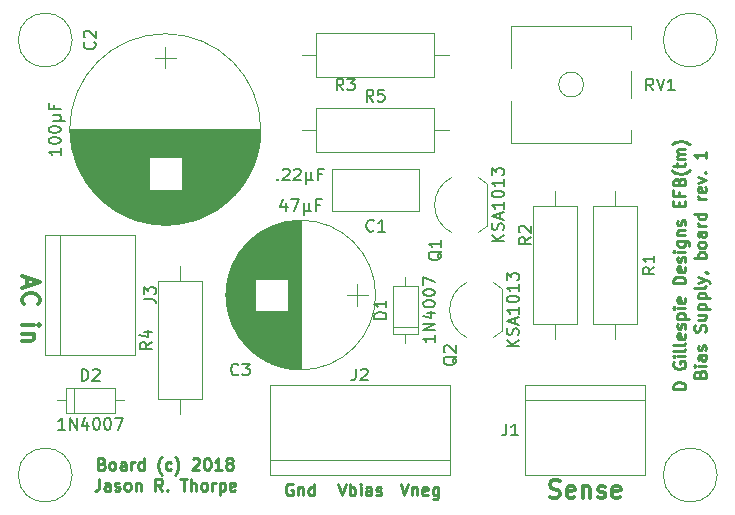
<source format=gbr>
G04 #@! TF.FileFunction,Legend,Top*
%FSLAX46Y46*%
G04 Gerber Fmt 4.6, Leading zero omitted, Abs format (unit mm)*
G04 Created by KiCad (PCBNEW 4.0.7) date Wednesday, September 26, 2018 'PMt' 01:51:42 PM*
%MOMM*%
%LPD*%
G01*
G04 APERTURE LIST*
%ADD10C,0.100000*%
%ADD11C,0.250000*%
%ADD12C,0.300000*%
%ADD13C,0.120000*%
%ADD14C,0.150000*%
G04 APERTURE END LIST*
D10*
D11*
X98782857Y-108273571D02*
X98925714Y-108321190D01*
X98973333Y-108368810D01*
X99020952Y-108464048D01*
X99020952Y-108606905D01*
X98973333Y-108702143D01*
X98925714Y-108749762D01*
X98830476Y-108797381D01*
X98449523Y-108797381D01*
X98449523Y-107797381D01*
X98782857Y-107797381D01*
X98878095Y-107845000D01*
X98925714Y-107892619D01*
X98973333Y-107987857D01*
X98973333Y-108083095D01*
X98925714Y-108178333D01*
X98878095Y-108225952D01*
X98782857Y-108273571D01*
X98449523Y-108273571D01*
X99592380Y-108797381D02*
X99497142Y-108749762D01*
X99449523Y-108702143D01*
X99401904Y-108606905D01*
X99401904Y-108321190D01*
X99449523Y-108225952D01*
X99497142Y-108178333D01*
X99592380Y-108130714D01*
X99735238Y-108130714D01*
X99830476Y-108178333D01*
X99878095Y-108225952D01*
X99925714Y-108321190D01*
X99925714Y-108606905D01*
X99878095Y-108702143D01*
X99830476Y-108749762D01*
X99735238Y-108797381D01*
X99592380Y-108797381D01*
X100782857Y-108797381D02*
X100782857Y-108273571D01*
X100735238Y-108178333D01*
X100640000Y-108130714D01*
X100449523Y-108130714D01*
X100354285Y-108178333D01*
X100782857Y-108749762D02*
X100687619Y-108797381D01*
X100449523Y-108797381D01*
X100354285Y-108749762D01*
X100306666Y-108654524D01*
X100306666Y-108559286D01*
X100354285Y-108464048D01*
X100449523Y-108416429D01*
X100687619Y-108416429D01*
X100782857Y-108368810D01*
X101259047Y-108797381D02*
X101259047Y-108130714D01*
X101259047Y-108321190D02*
X101306666Y-108225952D01*
X101354285Y-108178333D01*
X101449523Y-108130714D01*
X101544762Y-108130714D01*
X102306667Y-108797381D02*
X102306667Y-107797381D01*
X102306667Y-108749762D02*
X102211429Y-108797381D01*
X102020952Y-108797381D01*
X101925714Y-108749762D01*
X101878095Y-108702143D01*
X101830476Y-108606905D01*
X101830476Y-108321190D01*
X101878095Y-108225952D01*
X101925714Y-108178333D01*
X102020952Y-108130714D01*
X102211429Y-108130714D01*
X102306667Y-108178333D01*
X103830477Y-109178333D02*
X103782857Y-109130714D01*
X103687619Y-108987857D01*
X103640000Y-108892619D01*
X103592381Y-108749762D01*
X103544762Y-108511667D01*
X103544762Y-108321190D01*
X103592381Y-108083095D01*
X103640000Y-107940238D01*
X103687619Y-107845000D01*
X103782857Y-107702143D01*
X103830477Y-107654524D01*
X104640001Y-108749762D02*
X104544763Y-108797381D01*
X104354286Y-108797381D01*
X104259048Y-108749762D01*
X104211429Y-108702143D01*
X104163810Y-108606905D01*
X104163810Y-108321190D01*
X104211429Y-108225952D01*
X104259048Y-108178333D01*
X104354286Y-108130714D01*
X104544763Y-108130714D01*
X104640001Y-108178333D01*
X104973334Y-109178333D02*
X105020953Y-109130714D01*
X105116191Y-108987857D01*
X105163810Y-108892619D01*
X105211429Y-108749762D01*
X105259048Y-108511667D01*
X105259048Y-108321190D01*
X105211429Y-108083095D01*
X105163810Y-107940238D01*
X105116191Y-107845000D01*
X105020953Y-107702143D01*
X104973334Y-107654524D01*
X106449525Y-107892619D02*
X106497144Y-107845000D01*
X106592382Y-107797381D01*
X106830478Y-107797381D01*
X106925716Y-107845000D01*
X106973335Y-107892619D01*
X107020954Y-107987857D01*
X107020954Y-108083095D01*
X106973335Y-108225952D01*
X106401906Y-108797381D01*
X107020954Y-108797381D01*
X107640001Y-107797381D02*
X107735240Y-107797381D01*
X107830478Y-107845000D01*
X107878097Y-107892619D01*
X107925716Y-107987857D01*
X107973335Y-108178333D01*
X107973335Y-108416429D01*
X107925716Y-108606905D01*
X107878097Y-108702143D01*
X107830478Y-108749762D01*
X107735240Y-108797381D01*
X107640001Y-108797381D01*
X107544763Y-108749762D01*
X107497144Y-108702143D01*
X107449525Y-108606905D01*
X107401906Y-108416429D01*
X107401906Y-108178333D01*
X107449525Y-107987857D01*
X107497144Y-107892619D01*
X107544763Y-107845000D01*
X107640001Y-107797381D01*
X108925716Y-108797381D02*
X108354287Y-108797381D01*
X108640001Y-108797381D02*
X108640001Y-107797381D01*
X108544763Y-107940238D01*
X108449525Y-108035476D01*
X108354287Y-108083095D01*
X109497144Y-108225952D02*
X109401906Y-108178333D01*
X109354287Y-108130714D01*
X109306668Y-108035476D01*
X109306668Y-107987857D01*
X109354287Y-107892619D01*
X109401906Y-107845000D01*
X109497144Y-107797381D01*
X109687621Y-107797381D01*
X109782859Y-107845000D01*
X109830478Y-107892619D01*
X109878097Y-107987857D01*
X109878097Y-108035476D01*
X109830478Y-108130714D01*
X109782859Y-108178333D01*
X109687621Y-108225952D01*
X109497144Y-108225952D01*
X109401906Y-108273571D01*
X109354287Y-108321190D01*
X109306668Y-108416429D01*
X109306668Y-108606905D01*
X109354287Y-108702143D01*
X109401906Y-108749762D01*
X109497144Y-108797381D01*
X109687621Y-108797381D01*
X109782859Y-108749762D01*
X109830478Y-108702143D01*
X109878097Y-108606905D01*
X109878097Y-108416429D01*
X109830478Y-108321190D01*
X109782859Y-108273571D01*
X109687621Y-108225952D01*
X98544762Y-109547381D02*
X98544762Y-110261667D01*
X98497142Y-110404524D01*
X98401904Y-110499762D01*
X98259047Y-110547381D01*
X98163809Y-110547381D01*
X99449524Y-110547381D02*
X99449524Y-110023571D01*
X99401905Y-109928333D01*
X99306667Y-109880714D01*
X99116190Y-109880714D01*
X99020952Y-109928333D01*
X99449524Y-110499762D02*
X99354286Y-110547381D01*
X99116190Y-110547381D01*
X99020952Y-110499762D01*
X98973333Y-110404524D01*
X98973333Y-110309286D01*
X99020952Y-110214048D01*
X99116190Y-110166429D01*
X99354286Y-110166429D01*
X99449524Y-110118810D01*
X99878095Y-110499762D02*
X99973333Y-110547381D01*
X100163809Y-110547381D01*
X100259048Y-110499762D01*
X100306667Y-110404524D01*
X100306667Y-110356905D01*
X100259048Y-110261667D01*
X100163809Y-110214048D01*
X100020952Y-110214048D01*
X99925714Y-110166429D01*
X99878095Y-110071190D01*
X99878095Y-110023571D01*
X99925714Y-109928333D01*
X100020952Y-109880714D01*
X100163809Y-109880714D01*
X100259048Y-109928333D01*
X100878095Y-110547381D02*
X100782857Y-110499762D01*
X100735238Y-110452143D01*
X100687619Y-110356905D01*
X100687619Y-110071190D01*
X100735238Y-109975952D01*
X100782857Y-109928333D01*
X100878095Y-109880714D01*
X101020953Y-109880714D01*
X101116191Y-109928333D01*
X101163810Y-109975952D01*
X101211429Y-110071190D01*
X101211429Y-110356905D01*
X101163810Y-110452143D01*
X101116191Y-110499762D01*
X101020953Y-110547381D01*
X100878095Y-110547381D01*
X101640000Y-109880714D02*
X101640000Y-110547381D01*
X101640000Y-109975952D02*
X101687619Y-109928333D01*
X101782857Y-109880714D01*
X101925715Y-109880714D01*
X102020953Y-109928333D01*
X102068572Y-110023571D01*
X102068572Y-110547381D01*
X103878096Y-110547381D02*
X103544762Y-110071190D01*
X103306667Y-110547381D02*
X103306667Y-109547381D01*
X103687620Y-109547381D01*
X103782858Y-109595000D01*
X103830477Y-109642619D01*
X103878096Y-109737857D01*
X103878096Y-109880714D01*
X103830477Y-109975952D01*
X103782858Y-110023571D01*
X103687620Y-110071190D01*
X103306667Y-110071190D01*
X104306667Y-110452143D02*
X104354286Y-110499762D01*
X104306667Y-110547381D01*
X104259048Y-110499762D01*
X104306667Y-110452143D01*
X104306667Y-110547381D01*
X105401905Y-109547381D02*
X105973334Y-109547381D01*
X105687619Y-110547381D02*
X105687619Y-109547381D01*
X106306667Y-110547381D02*
X106306667Y-109547381D01*
X106735239Y-110547381D02*
X106735239Y-110023571D01*
X106687620Y-109928333D01*
X106592382Y-109880714D01*
X106449524Y-109880714D01*
X106354286Y-109928333D01*
X106306667Y-109975952D01*
X107354286Y-110547381D02*
X107259048Y-110499762D01*
X107211429Y-110452143D01*
X107163810Y-110356905D01*
X107163810Y-110071190D01*
X107211429Y-109975952D01*
X107259048Y-109928333D01*
X107354286Y-109880714D01*
X107497144Y-109880714D01*
X107592382Y-109928333D01*
X107640001Y-109975952D01*
X107687620Y-110071190D01*
X107687620Y-110356905D01*
X107640001Y-110452143D01*
X107592382Y-110499762D01*
X107497144Y-110547381D01*
X107354286Y-110547381D01*
X108116191Y-110547381D02*
X108116191Y-109880714D01*
X108116191Y-110071190D02*
X108163810Y-109975952D01*
X108211429Y-109928333D01*
X108306667Y-109880714D01*
X108401906Y-109880714D01*
X108735239Y-109880714D02*
X108735239Y-110880714D01*
X108735239Y-109928333D02*
X108830477Y-109880714D01*
X109020954Y-109880714D01*
X109116192Y-109928333D01*
X109163811Y-109975952D01*
X109211430Y-110071190D01*
X109211430Y-110356905D01*
X109163811Y-110452143D01*
X109116192Y-110499762D01*
X109020954Y-110547381D01*
X108830477Y-110547381D01*
X108735239Y-110499762D01*
X110020954Y-110499762D02*
X109925716Y-110547381D01*
X109735239Y-110547381D01*
X109640001Y-110499762D01*
X109592382Y-110404524D01*
X109592382Y-110023571D01*
X109640001Y-109928333D01*
X109735239Y-109880714D01*
X109925716Y-109880714D01*
X110020954Y-109928333D01*
X110068573Y-110023571D01*
X110068573Y-110118810D01*
X109592382Y-110214048D01*
X148167381Y-101940001D02*
X147167381Y-101940001D01*
X147167381Y-101701906D01*
X147215000Y-101559048D01*
X147310238Y-101463810D01*
X147405476Y-101416191D01*
X147595952Y-101368572D01*
X147738810Y-101368572D01*
X147929286Y-101416191D01*
X148024524Y-101463810D01*
X148119762Y-101559048D01*
X148167381Y-101701906D01*
X148167381Y-101940001D01*
X147215000Y-99654286D02*
X147167381Y-99749524D01*
X147167381Y-99892381D01*
X147215000Y-100035239D01*
X147310238Y-100130477D01*
X147405476Y-100178096D01*
X147595952Y-100225715D01*
X147738810Y-100225715D01*
X147929286Y-100178096D01*
X148024524Y-100130477D01*
X148119762Y-100035239D01*
X148167381Y-99892381D01*
X148167381Y-99797143D01*
X148119762Y-99654286D01*
X148072143Y-99606667D01*
X147738810Y-99606667D01*
X147738810Y-99797143D01*
X148167381Y-99178096D02*
X147500714Y-99178096D01*
X147167381Y-99178096D02*
X147215000Y-99225715D01*
X147262619Y-99178096D01*
X147215000Y-99130477D01*
X147167381Y-99178096D01*
X147262619Y-99178096D01*
X148167381Y-98559049D02*
X148119762Y-98654287D01*
X148024524Y-98701906D01*
X147167381Y-98701906D01*
X148167381Y-98035239D02*
X148119762Y-98130477D01*
X148024524Y-98178096D01*
X147167381Y-98178096D01*
X148119762Y-97273333D02*
X148167381Y-97368571D01*
X148167381Y-97559048D01*
X148119762Y-97654286D01*
X148024524Y-97701905D01*
X147643571Y-97701905D01*
X147548333Y-97654286D01*
X147500714Y-97559048D01*
X147500714Y-97368571D01*
X147548333Y-97273333D01*
X147643571Y-97225714D01*
X147738810Y-97225714D01*
X147834048Y-97701905D01*
X148119762Y-96844762D02*
X148167381Y-96749524D01*
X148167381Y-96559048D01*
X148119762Y-96463809D01*
X148024524Y-96416190D01*
X147976905Y-96416190D01*
X147881667Y-96463809D01*
X147834048Y-96559048D01*
X147834048Y-96701905D01*
X147786429Y-96797143D01*
X147691190Y-96844762D01*
X147643571Y-96844762D01*
X147548333Y-96797143D01*
X147500714Y-96701905D01*
X147500714Y-96559048D01*
X147548333Y-96463809D01*
X147500714Y-95987619D02*
X148500714Y-95987619D01*
X147548333Y-95987619D02*
X147500714Y-95892381D01*
X147500714Y-95701904D01*
X147548333Y-95606666D01*
X147595952Y-95559047D01*
X147691190Y-95511428D01*
X147976905Y-95511428D01*
X148072143Y-95559047D01*
X148119762Y-95606666D01*
X148167381Y-95701904D01*
X148167381Y-95892381D01*
X148119762Y-95987619D01*
X148167381Y-95082857D02*
X147500714Y-95082857D01*
X147167381Y-95082857D02*
X147215000Y-95130476D01*
X147262619Y-95082857D01*
X147215000Y-95035238D01*
X147167381Y-95082857D01*
X147262619Y-95082857D01*
X148119762Y-94225714D02*
X148167381Y-94320952D01*
X148167381Y-94511429D01*
X148119762Y-94606667D01*
X148024524Y-94654286D01*
X147643571Y-94654286D01*
X147548333Y-94606667D01*
X147500714Y-94511429D01*
X147500714Y-94320952D01*
X147548333Y-94225714D01*
X147643571Y-94178095D01*
X147738810Y-94178095D01*
X147834048Y-94654286D01*
X148167381Y-92987619D02*
X147167381Y-92987619D01*
X147167381Y-92749524D01*
X147215000Y-92606666D01*
X147310238Y-92511428D01*
X147405476Y-92463809D01*
X147595952Y-92416190D01*
X147738810Y-92416190D01*
X147929286Y-92463809D01*
X148024524Y-92511428D01*
X148119762Y-92606666D01*
X148167381Y-92749524D01*
X148167381Y-92987619D01*
X148119762Y-91606666D02*
X148167381Y-91701904D01*
X148167381Y-91892381D01*
X148119762Y-91987619D01*
X148024524Y-92035238D01*
X147643571Y-92035238D01*
X147548333Y-91987619D01*
X147500714Y-91892381D01*
X147500714Y-91701904D01*
X147548333Y-91606666D01*
X147643571Y-91559047D01*
X147738810Y-91559047D01*
X147834048Y-92035238D01*
X148119762Y-91178095D02*
X148167381Y-91082857D01*
X148167381Y-90892381D01*
X148119762Y-90797142D01*
X148024524Y-90749523D01*
X147976905Y-90749523D01*
X147881667Y-90797142D01*
X147834048Y-90892381D01*
X147834048Y-91035238D01*
X147786429Y-91130476D01*
X147691190Y-91178095D01*
X147643571Y-91178095D01*
X147548333Y-91130476D01*
X147500714Y-91035238D01*
X147500714Y-90892381D01*
X147548333Y-90797142D01*
X148167381Y-90320952D02*
X147500714Y-90320952D01*
X147167381Y-90320952D02*
X147215000Y-90368571D01*
X147262619Y-90320952D01*
X147215000Y-90273333D01*
X147167381Y-90320952D01*
X147262619Y-90320952D01*
X147500714Y-89416190D02*
X148310238Y-89416190D01*
X148405476Y-89463809D01*
X148453095Y-89511428D01*
X148500714Y-89606667D01*
X148500714Y-89749524D01*
X148453095Y-89844762D01*
X148119762Y-89416190D02*
X148167381Y-89511428D01*
X148167381Y-89701905D01*
X148119762Y-89797143D01*
X148072143Y-89844762D01*
X147976905Y-89892381D01*
X147691190Y-89892381D01*
X147595952Y-89844762D01*
X147548333Y-89797143D01*
X147500714Y-89701905D01*
X147500714Y-89511428D01*
X147548333Y-89416190D01*
X147500714Y-88940000D02*
X148167381Y-88940000D01*
X147595952Y-88940000D02*
X147548333Y-88892381D01*
X147500714Y-88797143D01*
X147500714Y-88654285D01*
X147548333Y-88559047D01*
X147643571Y-88511428D01*
X148167381Y-88511428D01*
X148119762Y-88082857D02*
X148167381Y-87987619D01*
X148167381Y-87797143D01*
X148119762Y-87701904D01*
X148024524Y-87654285D01*
X147976905Y-87654285D01*
X147881667Y-87701904D01*
X147834048Y-87797143D01*
X147834048Y-87940000D01*
X147786429Y-88035238D01*
X147691190Y-88082857D01*
X147643571Y-88082857D01*
X147548333Y-88035238D01*
X147500714Y-87940000D01*
X147500714Y-87797143D01*
X147548333Y-87701904D01*
X147643571Y-86463809D02*
X147643571Y-86130475D01*
X148167381Y-85987618D02*
X148167381Y-86463809D01*
X147167381Y-86463809D01*
X147167381Y-85987618D01*
X147643571Y-85225713D02*
X147643571Y-85559047D01*
X148167381Y-85559047D02*
X147167381Y-85559047D01*
X147167381Y-85082856D01*
X147643571Y-84368570D02*
X147691190Y-84225713D01*
X147738810Y-84178094D01*
X147834048Y-84130475D01*
X147976905Y-84130475D01*
X148072143Y-84178094D01*
X148119762Y-84225713D01*
X148167381Y-84320951D01*
X148167381Y-84701904D01*
X147167381Y-84701904D01*
X147167381Y-84368570D01*
X147215000Y-84273332D01*
X147262619Y-84225713D01*
X147357857Y-84178094D01*
X147453095Y-84178094D01*
X147548333Y-84225713D01*
X147595952Y-84273332D01*
X147643571Y-84368570D01*
X147643571Y-84701904D01*
X148548333Y-83416189D02*
X148500714Y-83463809D01*
X148357857Y-83559047D01*
X148262619Y-83606666D01*
X148119762Y-83654285D01*
X147881667Y-83701904D01*
X147691190Y-83701904D01*
X147453095Y-83654285D01*
X147310238Y-83606666D01*
X147215000Y-83559047D01*
X147072143Y-83463809D01*
X147024524Y-83416189D01*
X147500714Y-83178094D02*
X147500714Y-82797142D01*
X147167381Y-83035237D02*
X148024524Y-83035237D01*
X148119762Y-82987618D01*
X148167381Y-82892380D01*
X148167381Y-82797142D01*
X148167381Y-82463808D02*
X147500714Y-82463808D01*
X147595952Y-82463808D02*
X147548333Y-82416189D01*
X147500714Y-82320951D01*
X147500714Y-82178093D01*
X147548333Y-82082855D01*
X147643571Y-82035236D01*
X148167381Y-82035236D01*
X147643571Y-82035236D02*
X147548333Y-81987617D01*
X147500714Y-81892379D01*
X147500714Y-81749522D01*
X147548333Y-81654284D01*
X147643571Y-81606665D01*
X148167381Y-81606665D01*
X148548333Y-81225713D02*
X148500714Y-81178094D01*
X148357857Y-81082856D01*
X148262619Y-81035237D01*
X148119762Y-80987618D01*
X147881667Y-80939999D01*
X147691190Y-80939999D01*
X147453095Y-80987618D01*
X147310238Y-81035237D01*
X147215000Y-81082856D01*
X147072143Y-81178094D01*
X147024524Y-81225713D01*
X149393571Y-100654286D02*
X149441190Y-100511429D01*
X149488810Y-100463810D01*
X149584048Y-100416191D01*
X149726905Y-100416191D01*
X149822143Y-100463810D01*
X149869762Y-100511429D01*
X149917381Y-100606667D01*
X149917381Y-100987620D01*
X148917381Y-100987620D01*
X148917381Y-100654286D01*
X148965000Y-100559048D01*
X149012619Y-100511429D01*
X149107857Y-100463810D01*
X149203095Y-100463810D01*
X149298333Y-100511429D01*
X149345952Y-100559048D01*
X149393571Y-100654286D01*
X149393571Y-100987620D01*
X149917381Y-99987620D02*
X149250714Y-99987620D01*
X148917381Y-99987620D02*
X148965000Y-100035239D01*
X149012619Y-99987620D01*
X148965000Y-99940001D01*
X148917381Y-99987620D01*
X149012619Y-99987620D01*
X149917381Y-99082858D02*
X149393571Y-99082858D01*
X149298333Y-99130477D01*
X149250714Y-99225715D01*
X149250714Y-99416192D01*
X149298333Y-99511430D01*
X149869762Y-99082858D02*
X149917381Y-99178096D01*
X149917381Y-99416192D01*
X149869762Y-99511430D01*
X149774524Y-99559049D01*
X149679286Y-99559049D01*
X149584048Y-99511430D01*
X149536429Y-99416192D01*
X149536429Y-99178096D01*
X149488810Y-99082858D01*
X149869762Y-98654287D02*
X149917381Y-98559049D01*
X149917381Y-98368573D01*
X149869762Y-98273334D01*
X149774524Y-98225715D01*
X149726905Y-98225715D01*
X149631667Y-98273334D01*
X149584048Y-98368573D01*
X149584048Y-98511430D01*
X149536429Y-98606668D01*
X149441190Y-98654287D01*
X149393571Y-98654287D01*
X149298333Y-98606668D01*
X149250714Y-98511430D01*
X149250714Y-98368573D01*
X149298333Y-98273334D01*
X149869762Y-97082858D02*
X149917381Y-96940001D01*
X149917381Y-96701905D01*
X149869762Y-96606667D01*
X149822143Y-96559048D01*
X149726905Y-96511429D01*
X149631667Y-96511429D01*
X149536429Y-96559048D01*
X149488810Y-96606667D01*
X149441190Y-96701905D01*
X149393571Y-96892382D01*
X149345952Y-96987620D01*
X149298333Y-97035239D01*
X149203095Y-97082858D01*
X149107857Y-97082858D01*
X149012619Y-97035239D01*
X148965000Y-96987620D01*
X148917381Y-96892382D01*
X148917381Y-96654286D01*
X148965000Y-96511429D01*
X149250714Y-95654286D02*
X149917381Y-95654286D01*
X149250714Y-96082858D02*
X149774524Y-96082858D01*
X149869762Y-96035239D01*
X149917381Y-95940001D01*
X149917381Y-95797143D01*
X149869762Y-95701905D01*
X149822143Y-95654286D01*
X149250714Y-95178096D02*
X150250714Y-95178096D01*
X149298333Y-95178096D02*
X149250714Y-95082858D01*
X149250714Y-94892381D01*
X149298333Y-94797143D01*
X149345952Y-94749524D01*
X149441190Y-94701905D01*
X149726905Y-94701905D01*
X149822143Y-94749524D01*
X149869762Y-94797143D01*
X149917381Y-94892381D01*
X149917381Y-95082858D01*
X149869762Y-95178096D01*
X149250714Y-94273334D02*
X150250714Y-94273334D01*
X149298333Y-94273334D02*
X149250714Y-94178096D01*
X149250714Y-93987619D01*
X149298333Y-93892381D01*
X149345952Y-93844762D01*
X149441190Y-93797143D01*
X149726905Y-93797143D01*
X149822143Y-93844762D01*
X149869762Y-93892381D01*
X149917381Y-93987619D01*
X149917381Y-94178096D01*
X149869762Y-94273334D01*
X149917381Y-93225715D02*
X149869762Y-93320953D01*
X149774524Y-93368572D01*
X148917381Y-93368572D01*
X149250714Y-92940000D02*
X149917381Y-92701905D01*
X149250714Y-92463809D02*
X149917381Y-92701905D01*
X150155476Y-92797143D01*
X150203095Y-92844762D01*
X150250714Y-92940000D01*
X149869762Y-92035238D02*
X149917381Y-92035238D01*
X150012619Y-92082857D01*
X150060238Y-92130476D01*
X149917381Y-90844762D02*
X148917381Y-90844762D01*
X149298333Y-90844762D02*
X149250714Y-90749524D01*
X149250714Y-90559047D01*
X149298333Y-90463809D01*
X149345952Y-90416190D01*
X149441190Y-90368571D01*
X149726905Y-90368571D01*
X149822143Y-90416190D01*
X149869762Y-90463809D01*
X149917381Y-90559047D01*
X149917381Y-90749524D01*
X149869762Y-90844762D01*
X149917381Y-89797143D02*
X149869762Y-89892381D01*
X149822143Y-89940000D01*
X149726905Y-89987619D01*
X149441190Y-89987619D01*
X149345952Y-89940000D01*
X149298333Y-89892381D01*
X149250714Y-89797143D01*
X149250714Y-89654285D01*
X149298333Y-89559047D01*
X149345952Y-89511428D01*
X149441190Y-89463809D01*
X149726905Y-89463809D01*
X149822143Y-89511428D01*
X149869762Y-89559047D01*
X149917381Y-89654285D01*
X149917381Y-89797143D01*
X149917381Y-88606666D02*
X149393571Y-88606666D01*
X149298333Y-88654285D01*
X149250714Y-88749523D01*
X149250714Y-88940000D01*
X149298333Y-89035238D01*
X149869762Y-88606666D02*
X149917381Y-88701904D01*
X149917381Y-88940000D01*
X149869762Y-89035238D01*
X149774524Y-89082857D01*
X149679286Y-89082857D01*
X149584048Y-89035238D01*
X149536429Y-88940000D01*
X149536429Y-88701904D01*
X149488810Y-88606666D01*
X149917381Y-88130476D02*
X149250714Y-88130476D01*
X149441190Y-88130476D02*
X149345952Y-88082857D01*
X149298333Y-88035238D01*
X149250714Y-87940000D01*
X149250714Y-87844761D01*
X149917381Y-87082856D02*
X148917381Y-87082856D01*
X149869762Y-87082856D02*
X149917381Y-87178094D01*
X149917381Y-87368571D01*
X149869762Y-87463809D01*
X149822143Y-87511428D01*
X149726905Y-87559047D01*
X149441190Y-87559047D01*
X149345952Y-87511428D01*
X149298333Y-87463809D01*
X149250714Y-87368571D01*
X149250714Y-87178094D01*
X149298333Y-87082856D01*
X149917381Y-85844761D02*
X149250714Y-85844761D01*
X149441190Y-85844761D02*
X149345952Y-85797142D01*
X149298333Y-85749523D01*
X149250714Y-85654285D01*
X149250714Y-85559046D01*
X149869762Y-84844760D02*
X149917381Y-84939998D01*
X149917381Y-85130475D01*
X149869762Y-85225713D01*
X149774524Y-85273332D01*
X149393571Y-85273332D01*
X149298333Y-85225713D01*
X149250714Y-85130475D01*
X149250714Y-84939998D01*
X149298333Y-84844760D01*
X149393571Y-84797141D01*
X149488810Y-84797141D01*
X149584048Y-85273332D01*
X149250714Y-84463808D02*
X149917381Y-84225713D01*
X149250714Y-83987617D01*
X149822143Y-83606665D02*
X149869762Y-83559046D01*
X149917381Y-83606665D01*
X149869762Y-83654284D01*
X149822143Y-83606665D01*
X149917381Y-83606665D01*
X149917381Y-81844760D02*
X149917381Y-82416189D01*
X149917381Y-82130475D02*
X148917381Y-82130475D01*
X149060238Y-82225713D01*
X149155476Y-82320951D01*
X149203095Y-82416189D01*
D12*
X92460000Y-92535714D02*
X92460000Y-93250000D01*
X92031429Y-92392857D02*
X93531429Y-92892857D01*
X92031429Y-93392857D01*
X92174286Y-94750000D02*
X92102857Y-94678571D01*
X92031429Y-94464285D01*
X92031429Y-94321428D01*
X92102857Y-94107143D01*
X92245714Y-93964285D01*
X92388571Y-93892857D01*
X92674286Y-93821428D01*
X92888571Y-93821428D01*
X93174286Y-93892857D01*
X93317143Y-93964285D01*
X93460000Y-94107143D01*
X93531429Y-94321428D01*
X93531429Y-94464285D01*
X93460000Y-94678571D01*
X93388571Y-94750000D01*
X92031429Y-96535714D02*
X93031429Y-96535714D01*
X93531429Y-96535714D02*
X93460000Y-96464285D01*
X93388571Y-96535714D01*
X93460000Y-96607142D01*
X93531429Y-96535714D01*
X93388571Y-96535714D01*
X93031429Y-97250000D02*
X92031429Y-97250000D01*
X92888571Y-97250000D02*
X92960000Y-97321428D01*
X93031429Y-97464286D01*
X93031429Y-97678571D01*
X92960000Y-97821428D01*
X92817143Y-97892857D01*
X92031429Y-97892857D01*
D11*
X114927143Y-109990000D02*
X114831905Y-109942381D01*
X114689048Y-109942381D01*
X114546190Y-109990000D01*
X114450952Y-110085238D01*
X114403333Y-110180476D01*
X114355714Y-110370952D01*
X114355714Y-110513810D01*
X114403333Y-110704286D01*
X114450952Y-110799524D01*
X114546190Y-110894762D01*
X114689048Y-110942381D01*
X114784286Y-110942381D01*
X114927143Y-110894762D01*
X114974762Y-110847143D01*
X114974762Y-110513810D01*
X114784286Y-110513810D01*
X115403333Y-110275714D02*
X115403333Y-110942381D01*
X115403333Y-110370952D02*
X115450952Y-110323333D01*
X115546190Y-110275714D01*
X115689048Y-110275714D01*
X115784286Y-110323333D01*
X115831905Y-110418571D01*
X115831905Y-110942381D01*
X116736667Y-110942381D02*
X116736667Y-109942381D01*
X116736667Y-110894762D02*
X116641429Y-110942381D01*
X116450952Y-110942381D01*
X116355714Y-110894762D01*
X116308095Y-110847143D01*
X116260476Y-110751905D01*
X116260476Y-110466190D01*
X116308095Y-110370952D01*
X116355714Y-110323333D01*
X116450952Y-110275714D01*
X116641429Y-110275714D01*
X116736667Y-110323333D01*
X118769048Y-109942381D02*
X119102381Y-110942381D01*
X119435715Y-109942381D01*
X119769048Y-110942381D02*
X119769048Y-109942381D01*
X119769048Y-110323333D02*
X119864286Y-110275714D01*
X120054763Y-110275714D01*
X120150001Y-110323333D01*
X120197620Y-110370952D01*
X120245239Y-110466190D01*
X120245239Y-110751905D01*
X120197620Y-110847143D01*
X120150001Y-110894762D01*
X120054763Y-110942381D01*
X119864286Y-110942381D01*
X119769048Y-110894762D01*
X120673810Y-110942381D02*
X120673810Y-110275714D01*
X120673810Y-109942381D02*
X120626191Y-109990000D01*
X120673810Y-110037619D01*
X120721429Y-109990000D01*
X120673810Y-109942381D01*
X120673810Y-110037619D01*
X121578572Y-110942381D02*
X121578572Y-110418571D01*
X121530953Y-110323333D01*
X121435715Y-110275714D01*
X121245238Y-110275714D01*
X121150000Y-110323333D01*
X121578572Y-110894762D02*
X121483334Y-110942381D01*
X121245238Y-110942381D01*
X121150000Y-110894762D01*
X121102381Y-110799524D01*
X121102381Y-110704286D01*
X121150000Y-110609048D01*
X121245238Y-110561429D01*
X121483334Y-110561429D01*
X121578572Y-110513810D01*
X122007143Y-110894762D02*
X122102381Y-110942381D01*
X122292857Y-110942381D01*
X122388096Y-110894762D01*
X122435715Y-110799524D01*
X122435715Y-110751905D01*
X122388096Y-110656667D01*
X122292857Y-110609048D01*
X122150000Y-110609048D01*
X122054762Y-110561429D01*
X122007143Y-110466190D01*
X122007143Y-110418571D01*
X122054762Y-110323333D01*
X122150000Y-110275714D01*
X122292857Y-110275714D01*
X122388096Y-110323333D01*
X124063333Y-109942381D02*
X124396666Y-110942381D01*
X124730000Y-109942381D01*
X125063333Y-110275714D02*
X125063333Y-110942381D01*
X125063333Y-110370952D02*
X125110952Y-110323333D01*
X125206190Y-110275714D01*
X125349048Y-110275714D01*
X125444286Y-110323333D01*
X125491905Y-110418571D01*
X125491905Y-110942381D01*
X126349048Y-110894762D02*
X126253810Y-110942381D01*
X126063333Y-110942381D01*
X125968095Y-110894762D01*
X125920476Y-110799524D01*
X125920476Y-110418571D01*
X125968095Y-110323333D01*
X126063333Y-110275714D01*
X126253810Y-110275714D01*
X126349048Y-110323333D01*
X126396667Y-110418571D01*
X126396667Y-110513810D01*
X125920476Y-110609048D01*
X127253810Y-110275714D02*
X127253810Y-111085238D01*
X127206191Y-111180476D01*
X127158572Y-111228095D01*
X127063333Y-111275714D01*
X126920476Y-111275714D01*
X126825238Y-111228095D01*
X127253810Y-110894762D02*
X127158572Y-110942381D01*
X126968095Y-110942381D01*
X126872857Y-110894762D01*
X126825238Y-110847143D01*
X126777619Y-110751905D01*
X126777619Y-110466190D01*
X126825238Y-110370952D01*
X126872857Y-110323333D01*
X126968095Y-110275714D01*
X127158572Y-110275714D01*
X127253810Y-110323333D01*
D12*
X136700000Y-111097143D02*
X136914286Y-111168571D01*
X137271429Y-111168571D01*
X137414286Y-111097143D01*
X137485715Y-111025714D01*
X137557143Y-110882857D01*
X137557143Y-110740000D01*
X137485715Y-110597143D01*
X137414286Y-110525714D01*
X137271429Y-110454286D01*
X136985715Y-110382857D01*
X136842857Y-110311429D01*
X136771429Y-110240000D01*
X136700000Y-110097143D01*
X136700000Y-109954286D01*
X136771429Y-109811429D01*
X136842857Y-109740000D01*
X136985715Y-109668571D01*
X137342857Y-109668571D01*
X137557143Y-109740000D01*
X138771428Y-111097143D02*
X138628571Y-111168571D01*
X138342857Y-111168571D01*
X138200000Y-111097143D01*
X138128571Y-110954286D01*
X138128571Y-110382857D01*
X138200000Y-110240000D01*
X138342857Y-110168571D01*
X138628571Y-110168571D01*
X138771428Y-110240000D01*
X138842857Y-110382857D01*
X138842857Y-110525714D01*
X138128571Y-110668571D01*
X139485714Y-110168571D02*
X139485714Y-111168571D01*
X139485714Y-110311429D02*
X139557142Y-110240000D01*
X139700000Y-110168571D01*
X139914285Y-110168571D01*
X140057142Y-110240000D01*
X140128571Y-110382857D01*
X140128571Y-111168571D01*
X140771428Y-111097143D02*
X140914285Y-111168571D01*
X141200000Y-111168571D01*
X141342857Y-111097143D01*
X141414285Y-110954286D01*
X141414285Y-110882857D01*
X141342857Y-110740000D01*
X141200000Y-110668571D01*
X140985714Y-110668571D01*
X140842857Y-110597143D01*
X140771428Y-110454286D01*
X140771428Y-110382857D01*
X140842857Y-110240000D01*
X140985714Y-110168571D01*
X141200000Y-110168571D01*
X141342857Y-110240000D01*
X142628571Y-111097143D02*
X142485714Y-111168571D01*
X142200000Y-111168571D01*
X142057143Y-111097143D01*
X141985714Y-110954286D01*
X141985714Y-110382857D01*
X142057143Y-110240000D01*
X142200000Y-110168571D01*
X142485714Y-110168571D01*
X142628571Y-110240000D01*
X142700000Y-110382857D01*
X142700000Y-110525714D01*
X141985714Y-110668571D01*
D13*
X150876000Y-109220000D02*
G75*
G03X150876000Y-109220000I-2286000J0D01*
G01*
X150876000Y-72390000D02*
G75*
G03X150876000Y-72390000I-2286000J0D01*
G01*
X96266000Y-72390000D02*
G75*
G03X96266000Y-72390000I-2286000J0D01*
G01*
X125620000Y-86900000D02*
X118300000Y-86900000D01*
X125620000Y-83280000D02*
X118300000Y-83280000D01*
X125620000Y-86900000D02*
X125620000Y-83280000D01*
X118300000Y-86900000D02*
X118300000Y-83280000D01*
X112230000Y-79950000D02*
G75*
G03X112230000Y-79950000I-8090000J0D01*
G01*
X112191000Y-79950000D02*
X96089000Y-79950000D01*
X112190000Y-79990000D02*
X96090000Y-79990000D01*
X112190000Y-80030000D02*
X96090000Y-80030000D01*
X112190000Y-80070000D02*
X96090000Y-80070000D01*
X112189000Y-80110000D02*
X96091000Y-80110000D01*
X112188000Y-80150000D02*
X96092000Y-80150000D01*
X112187000Y-80190000D02*
X96093000Y-80190000D01*
X112186000Y-80230000D02*
X96094000Y-80230000D01*
X112184000Y-80270000D02*
X96096000Y-80270000D01*
X112182000Y-80310000D02*
X96098000Y-80310000D01*
X112181000Y-80350000D02*
X96099000Y-80350000D01*
X112179000Y-80390000D02*
X96101000Y-80390000D01*
X112176000Y-80430000D02*
X96104000Y-80430000D01*
X112174000Y-80470000D02*
X96106000Y-80470000D01*
X112171000Y-80510000D02*
X96109000Y-80510000D01*
X112168000Y-80550000D02*
X96112000Y-80550000D01*
X112165000Y-80590000D02*
X96115000Y-80590000D01*
X112162000Y-80630000D02*
X96118000Y-80630000D01*
X112158000Y-80671000D02*
X96122000Y-80671000D01*
X112155000Y-80711000D02*
X96125000Y-80711000D01*
X112151000Y-80751000D02*
X96129000Y-80751000D01*
X112147000Y-80791000D02*
X96133000Y-80791000D01*
X112142000Y-80831000D02*
X96138000Y-80831000D01*
X112138000Y-80871000D02*
X96142000Y-80871000D01*
X112133000Y-80911000D02*
X96147000Y-80911000D01*
X112128000Y-80951000D02*
X96152000Y-80951000D01*
X112123000Y-80991000D02*
X96157000Y-80991000D01*
X112118000Y-81031000D02*
X96162000Y-81031000D01*
X112113000Y-81071000D02*
X96167000Y-81071000D01*
X112107000Y-81111000D02*
X96173000Y-81111000D01*
X112101000Y-81151000D02*
X96179000Y-81151000D01*
X112095000Y-81191000D02*
X96185000Y-81191000D01*
X112089000Y-81231000D02*
X96191000Y-81231000D01*
X112082000Y-81271000D02*
X96198000Y-81271000D01*
X112075000Y-81311000D02*
X96205000Y-81311000D01*
X112068000Y-81351000D02*
X96212000Y-81351000D01*
X112061000Y-81391000D02*
X96219000Y-81391000D01*
X112054000Y-81431000D02*
X96226000Y-81431000D01*
X112046000Y-81471000D02*
X96234000Y-81471000D01*
X112039000Y-81511000D02*
X96241000Y-81511000D01*
X112031000Y-81551000D02*
X96249000Y-81551000D01*
X112023000Y-81591000D02*
X96257000Y-81591000D01*
X112014000Y-81631000D02*
X96266000Y-81631000D01*
X112006000Y-81671000D02*
X96274000Y-81671000D01*
X111997000Y-81711000D02*
X96283000Y-81711000D01*
X111988000Y-81751000D02*
X96292000Y-81751000D01*
X111978000Y-81791000D02*
X96302000Y-81791000D01*
X111969000Y-81831000D02*
X96311000Y-81831000D01*
X111959000Y-81871000D02*
X96321000Y-81871000D01*
X111949000Y-81911000D02*
X96331000Y-81911000D01*
X111939000Y-81951000D02*
X96341000Y-81951000D01*
X111929000Y-81991000D02*
X96351000Y-81991000D01*
X111919000Y-82031000D02*
X96361000Y-82031000D01*
X111908000Y-82071000D02*
X96372000Y-82071000D01*
X111897000Y-82111000D02*
X96383000Y-82111000D01*
X111886000Y-82151000D02*
X96394000Y-82151000D01*
X111874000Y-82191000D02*
X96406000Y-82191000D01*
X111863000Y-82231000D02*
X96417000Y-82231000D01*
X111851000Y-82271000D02*
X96429000Y-82271000D01*
X111839000Y-82311000D02*
X96441000Y-82311000D01*
X111826000Y-82351000D02*
X105520000Y-82351000D01*
X102760000Y-82351000D02*
X96454000Y-82351000D01*
X111814000Y-82391000D02*
X105520000Y-82391000D01*
X102760000Y-82391000D02*
X96466000Y-82391000D01*
X111801000Y-82431000D02*
X105520000Y-82431000D01*
X102760000Y-82431000D02*
X96479000Y-82431000D01*
X111788000Y-82471000D02*
X105520000Y-82471000D01*
X102760000Y-82471000D02*
X96492000Y-82471000D01*
X111775000Y-82511000D02*
X105520000Y-82511000D01*
X102760000Y-82511000D02*
X96505000Y-82511000D01*
X111761000Y-82551000D02*
X105520000Y-82551000D01*
X102760000Y-82551000D02*
X96519000Y-82551000D01*
X111748000Y-82591000D02*
X105520000Y-82591000D01*
X102760000Y-82591000D02*
X96532000Y-82591000D01*
X111734000Y-82631000D02*
X105520000Y-82631000D01*
X102760000Y-82631000D02*
X96546000Y-82631000D01*
X111720000Y-82671000D02*
X105520000Y-82671000D01*
X102760000Y-82671000D02*
X96560000Y-82671000D01*
X111705000Y-82711000D02*
X105520000Y-82711000D01*
X102760000Y-82711000D02*
X96575000Y-82711000D01*
X111690000Y-82751000D02*
X105520000Y-82751000D01*
X102760000Y-82751000D02*
X96590000Y-82751000D01*
X111676000Y-82791000D02*
X105520000Y-82791000D01*
X102760000Y-82791000D02*
X96604000Y-82791000D01*
X111661000Y-82831000D02*
X105520000Y-82831000D01*
X102760000Y-82831000D02*
X96619000Y-82831000D01*
X111645000Y-82871000D02*
X105520000Y-82871000D01*
X102760000Y-82871000D02*
X96635000Y-82871000D01*
X111630000Y-82911000D02*
X105520000Y-82911000D01*
X102760000Y-82911000D02*
X96650000Y-82911000D01*
X111614000Y-82951000D02*
X105520000Y-82951000D01*
X102760000Y-82951000D02*
X96666000Y-82951000D01*
X111598000Y-82991000D02*
X105520000Y-82991000D01*
X102760000Y-82991000D02*
X96682000Y-82991000D01*
X111581000Y-83031000D02*
X105520000Y-83031000D01*
X102760000Y-83031000D02*
X96699000Y-83031000D01*
X111565000Y-83071000D02*
X105520000Y-83071000D01*
X102760000Y-83071000D02*
X96715000Y-83071000D01*
X111548000Y-83111000D02*
X105520000Y-83111000D01*
X102760000Y-83111000D02*
X96732000Y-83111000D01*
X111531000Y-83151000D02*
X105520000Y-83151000D01*
X102760000Y-83151000D02*
X96749000Y-83151000D01*
X111513000Y-83191000D02*
X105520000Y-83191000D01*
X102760000Y-83191000D02*
X96767000Y-83191000D01*
X111496000Y-83231000D02*
X105520000Y-83231000D01*
X102760000Y-83231000D02*
X96784000Y-83231000D01*
X111478000Y-83271000D02*
X105520000Y-83271000D01*
X102760000Y-83271000D02*
X96802000Y-83271000D01*
X111460000Y-83311000D02*
X105520000Y-83311000D01*
X102760000Y-83311000D02*
X96820000Y-83311000D01*
X111441000Y-83351000D02*
X105520000Y-83351000D01*
X102760000Y-83351000D02*
X96839000Y-83351000D01*
X111423000Y-83391000D02*
X105520000Y-83391000D01*
X102760000Y-83391000D02*
X96857000Y-83391000D01*
X111404000Y-83431000D02*
X105520000Y-83431000D01*
X102760000Y-83431000D02*
X96876000Y-83431000D01*
X111385000Y-83471000D02*
X105520000Y-83471000D01*
X102760000Y-83471000D02*
X96895000Y-83471000D01*
X111365000Y-83511000D02*
X105520000Y-83511000D01*
X102760000Y-83511000D02*
X96915000Y-83511000D01*
X111345000Y-83551000D02*
X105520000Y-83551000D01*
X102760000Y-83551000D02*
X96935000Y-83551000D01*
X111325000Y-83591000D02*
X105520000Y-83591000D01*
X102760000Y-83591000D02*
X96955000Y-83591000D01*
X111305000Y-83631000D02*
X105520000Y-83631000D01*
X102760000Y-83631000D02*
X96975000Y-83631000D01*
X111284000Y-83671000D02*
X105520000Y-83671000D01*
X102760000Y-83671000D02*
X96996000Y-83671000D01*
X111264000Y-83711000D02*
X105520000Y-83711000D01*
X102760000Y-83711000D02*
X97016000Y-83711000D01*
X111242000Y-83751000D02*
X105520000Y-83751000D01*
X102760000Y-83751000D02*
X97038000Y-83751000D01*
X111221000Y-83791000D02*
X105520000Y-83791000D01*
X102760000Y-83791000D02*
X97059000Y-83791000D01*
X111199000Y-83831000D02*
X105520000Y-83831000D01*
X102760000Y-83831000D02*
X97081000Y-83831000D01*
X111177000Y-83871000D02*
X105520000Y-83871000D01*
X102760000Y-83871000D02*
X97103000Y-83871000D01*
X111155000Y-83911000D02*
X105520000Y-83911000D01*
X102760000Y-83911000D02*
X97125000Y-83911000D01*
X111132000Y-83951000D02*
X105520000Y-83951000D01*
X102760000Y-83951000D02*
X97148000Y-83951000D01*
X111110000Y-83991000D02*
X105520000Y-83991000D01*
X102760000Y-83991000D02*
X97170000Y-83991000D01*
X111086000Y-84031000D02*
X105520000Y-84031000D01*
X102760000Y-84031000D02*
X97194000Y-84031000D01*
X111063000Y-84071000D02*
X105520000Y-84071000D01*
X102760000Y-84071000D02*
X97217000Y-84071000D01*
X111039000Y-84111000D02*
X105520000Y-84111000D01*
X102760000Y-84111000D02*
X97241000Y-84111000D01*
X111015000Y-84151000D02*
X105520000Y-84151000D01*
X102760000Y-84151000D02*
X97265000Y-84151000D01*
X110990000Y-84191000D02*
X105520000Y-84191000D01*
X102760000Y-84191000D02*
X97290000Y-84191000D01*
X110966000Y-84231000D02*
X105520000Y-84231000D01*
X102760000Y-84231000D02*
X97314000Y-84231000D01*
X110941000Y-84271000D02*
X105520000Y-84271000D01*
X102760000Y-84271000D02*
X97339000Y-84271000D01*
X110915000Y-84311000D02*
X105520000Y-84311000D01*
X102760000Y-84311000D02*
X97365000Y-84311000D01*
X110889000Y-84351000D02*
X105520000Y-84351000D01*
X102760000Y-84351000D02*
X97391000Y-84351000D01*
X110863000Y-84391000D02*
X105520000Y-84391000D01*
X102760000Y-84391000D02*
X97417000Y-84391000D01*
X110837000Y-84431000D02*
X105520000Y-84431000D01*
X102760000Y-84431000D02*
X97443000Y-84431000D01*
X110810000Y-84471000D02*
X105520000Y-84471000D01*
X102760000Y-84471000D02*
X97470000Y-84471000D01*
X110783000Y-84511000D02*
X105520000Y-84511000D01*
X102760000Y-84511000D02*
X97497000Y-84511000D01*
X110755000Y-84551000D02*
X105520000Y-84551000D01*
X102760000Y-84551000D02*
X97525000Y-84551000D01*
X110728000Y-84591000D02*
X105520000Y-84591000D01*
X102760000Y-84591000D02*
X97552000Y-84591000D01*
X110699000Y-84631000D02*
X105520000Y-84631000D01*
X102760000Y-84631000D02*
X97581000Y-84631000D01*
X110671000Y-84671000D02*
X105520000Y-84671000D01*
X102760000Y-84671000D02*
X97609000Y-84671000D01*
X110642000Y-84711000D02*
X105520000Y-84711000D01*
X102760000Y-84711000D02*
X97638000Y-84711000D01*
X110613000Y-84751000D02*
X105520000Y-84751000D01*
X102760000Y-84751000D02*
X97667000Y-84751000D01*
X110583000Y-84791000D02*
X105520000Y-84791000D01*
X102760000Y-84791000D02*
X97697000Y-84791000D01*
X110553000Y-84831000D02*
X105520000Y-84831000D01*
X102760000Y-84831000D02*
X97727000Y-84831000D01*
X110522000Y-84871000D02*
X105520000Y-84871000D01*
X102760000Y-84871000D02*
X97758000Y-84871000D01*
X110492000Y-84911000D02*
X105520000Y-84911000D01*
X102760000Y-84911000D02*
X97788000Y-84911000D01*
X110460000Y-84951000D02*
X105520000Y-84951000D01*
X102760000Y-84951000D02*
X97820000Y-84951000D01*
X110429000Y-84991000D02*
X105520000Y-84991000D01*
X102760000Y-84991000D02*
X97851000Y-84991000D01*
X110397000Y-85031000D02*
X105520000Y-85031000D01*
X102760000Y-85031000D02*
X97883000Y-85031000D01*
X110364000Y-85071000D02*
X105520000Y-85071000D01*
X102760000Y-85071000D02*
X97916000Y-85071000D01*
X110331000Y-85111000D02*
X97949000Y-85111000D01*
X110298000Y-85151000D02*
X97982000Y-85151000D01*
X110264000Y-85191000D02*
X98016000Y-85191000D01*
X110230000Y-85231000D02*
X98050000Y-85231000D01*
X110195000Y-85271000D02*
X98085000Y-85271000D01*
X110160000Y-85311000D02*
X98120000Y-85311000D01*
X110124000Y-85351000D02*
X98156000Y-85351000D01*
X110088000Y-85391000D02*
X98192000Y-85391000D01*
X110052000Y-85431000D02*
X98228000Y-85431000D01*
X110015000Y-85471000D02*
X98265000Y-85471000D01*
X109977000Y-85511000D02*
X98303000Y-85511000D01*
X109939000Y-85551000D02*
X98341000Y-85551000D01*
X109900000Y-85591000D02*
X98380000Y-85591000D01*
X109861000Y-85631000D02*
X98419000Y-85631000D01*
X109821000Y-85671000D02*
X98459000Y-85671000D01*
X109781000Y-85711000D02*
X98499000Y-85711000D01*
X109740000Y-85751000D02*
X98540000Y-85751000D01*
X109699000Y-85791000D02*
X98581000Y-85791000D01*
X109657000Y-85831000D02*
X98623000Y-85831000D01*
X109614000Y-85871000D02*
X98666000Y-85871000D01*
X109571000Y-85911000D02*
X98709000Y-85911000D01*
X109527000Y-85951000D02*
X98753000Y-85951000D01*
X109483000Y-85991000D02*
X98797000Y-85991000D01*
X109437000Y-86031000D02*
X98843000Y-86031000D01*
X109391000Y-86071000D02*
X98889000Y-86071000D01*
X109345000Y-86111000D02*
X98935000Y-86111000D01*
X109297000Y-86151000D02*
X98983000Y-86151000D01*
X109249000Y-86191000D02*
X99031000Y-86191000D01*
X109200000Y-86231000D02*
X99080000Y-86231000D01*
X109151000Y-86271000D02*
X99129000Y-86271000D01*
X109100000Y-86311000D02*
X99180000Y-86311000D01*
X109049000Y-86351000D02*
X99231000Y-86351000D01*
X108997000Y-86391000D02*
X99283000Y-86391000D01*
X108944000Y-86431000D02*
X99336000Y-86431000D01*
X108890000Y-86471000D02*
X99390000Y-86471000D01*
X108835000Y-86511000D02*
X99445000Y-86511000D01*
X108779000Y-86551000D02*
X99501000Y-86551000D01*
X108722000Y-86591000D02*
X99558000Y-86591000D01*
X108664000Y-86631000D02*
X99616000Y-86631000D01*
X108605000Y-86671000D02*
X99675000Y-86671000D01*
X108545000Y-86711000D02*
X99735000Y-86711000D01*
X108483000Y-86751000D02*
X99797000Y-86751000D01*
X108421000Y-86791000D02*
X99859000Y-86791000D01*
X108357000Y-86831000D02*
X99923000Y-86831000D01*
X108291000Y-86871000D02*
X99989000Y-86871000D01*
X108224000Y-86911000D02*
X100056000Y-86911000D01*
X108156000Y-86951000D02*
X100124000Y-86951000D01*
X108086000Y-86991000D02*
X100194000Y-86991000D01*
X108015000Y-87031000D02*
X100265000Y-87031000D01*
X107942000Y-87071000D02*
X100338000Y-87071000D01*
X107866000Y-87111000D02*
X100414000Y-87111000D01*
X107789000Y-87151000D02*
X100491000Y-87151000D01*
X107710000Y-87191000D02*
X100570000Y-87191000D01*
X107629000Y-87231000D02*
X100651000Y-87231000D01*
X107545000Y-87271000D02*
X100735000Y-87271000D01*
X107459000Y-87311000D02*
X100821000Y-87311000D01*
X107370000Y-87351000D02*
X100910000Y-87351000D01*
X107278000Y-87391000D02*
X101002000Y-87391000D01*
X107182000Y-87431000D02*
X101098000Y-87431000D01*
X107083000Y-87471000D02*
X101197000Y-87471000D01*
X106981000Y-87511000D02*
X101299000Y-87511000D01*
X106873000Y-87551000D02*
X101407000Y-87551000D01*
X106761000Y-87591000D02*
X101519000Y-87591000D01*
X106643000Y-87631000D02*
X101637000Y-87631000D01*
X106519000Y-87671000D02*
X101761000Y-87671000D01*
X106388000Y-87711000D02*
X101892000Y-87711000D01*
X106247000Y-87751000D02*
X102033000Y-87751000D01*
X106096000Y-87791000D02*
X102184000Y-87791000D01*
X105932000Y-87831000D02*
X102348000Y-87831000D01*
X105750000Y-87871000D02*
X102530000Y-87871000D01*
X105545000Y-87911000D02*
X102735000Y-87911000D01*
X105304000Y-87951000D02*
X102976000Y-87951000D01*
X104999000Y-87991000D02*
X103281000Y-87991000D01*
X104503000Y-88031000D02*
X103777000Y-88031000D01*
X104140000Y-73000000D02*
X104140000Y-74800000D01*
X105040000Y-73900000D02*
X103240000Y-73900000D01*
X121950000Y-93980000D02*
G75*
G03X121950000Y-93980000I-6340000J0D01*
G01*
X115610000Y-100280000D02*
X115610000Y-87680000D01*
X115570000Y-100280000D02*
X115570000Y-87680000D01*
X115530000Y-100280000D02*
X115530000Y-87680000D01*
X115490000Y-100279000D02*
X115490000Y-87681000D01*
X115450000Y-100278000D02*
X115450000Y-87682000D01*
X115410000Y-100277000D02*
X115410000Y-87683000D01*
X115370000Y-100276000D02*
X115370000Y-87684000D01*
X115330000Y-100274000D02*
X115330000Y-87686000D01*
X115290000Y-100272000D02*
X115290000Y-87688000D01*
X115250000Y-100270000D02*
X115250000Y-87690000D01*
X115210000Y-100268000D02*
X115210000Y-87692000D01*
X115170000Y-100265000D02*
X115170000Y-87695000D01*
X115130000Y-100262000D02*
X115130000Y-87698000D01*
X115090000Y-100259000D02*
X115090000Y-87701000D01*
X115050000Y-100256000D02*
X115050000Y-87704000D01*
X115010000Y-100252000D02*
X115010000Y-87708000D01*
X114970000Y-100248000D02*
X114970000Y-87712000D01*
X114930000Y-100244000D02*
X114930000Y-87716000D01*
X114889000Y-100239000D02*
X114889000Y-87721000D01*
X114849000Y-100235000D02*
X114849000Y-87725000D01*
X114809000Y-100230000D02*
X114809000Y-87730000D01*
X114769000Y-100225000D02*
X114769000Y-87735000D01*
X114729000Y-100219000D02*
X114729000Y-87741000D01*
X114689000Y-100213000D02*
X114689000Y-87747000D01*
X114649000Y-100207000D02*
X114649000Y-87753000D01*
X114609000Y-100201000D02*
X114609000Y-87759000D01*
X114569000Y-100195000D02*
X114569000Y-87765000D01*
X114529000Y-100188000D02*
X114529000Y-87772000D01*
X114489000Y-100181000D02*
X114489000Y-95360000D01*
X114489000Y-92600000D02*
X114489000Y-87779000D01*
X114449000Y-100173000D02*
X114449000Y-95360000D01*
X114449000Y-92600000D02*
X114449000Y-87787000D01*
X114409000Y-100166000D02*
X114409000Y-95360000D01*
X114409000Y-92600000D02*
X114409000Y-87794000D01*
X114369000Y-100158000D02*
X114369000Y-95360000D01*
X114369000Y-92600000D02*
X114369000Y-87802000D01*
X114329000Y-100150000D02*
X114329000Y-95360000D01*
X114329000Y-92600000D02*
X114329000Y-87810000D01*
X114289000Y-100142000D02*
X114289000Y-95360000D01*
X114289000Y-92600000D02*
X114289000Y-87818000D01*
X114249000Y-100133000D02*
X114249000Y-95360000D01*
X114249000Y-92600000D02*
X114249000Y-87827000D01*
X114209000Y-100124000D02*
X114209000Y-95360000D01*
X114209000Y-92600000D02*
X114209000Y-87836000D01*
X114169000Y-100115000D02*
X114169000Y-95360000D01*
X114169000Y-92600000D02*
X114169000Y-87845000D01*
X114129000Y-100105000D02*
X114129000Y-95360000D01*
X114129000Y-92600000D02*
X114129000Y-87855000D01*
X114089000Y-100096000D02*
X114089000Y-95360000D01*
X114089000Y-92600000D02*
X114089000Y-87864000D01*
X114049000Y-100086000D02*
X114049000Y-95360000D01*
X114049000Y-92600000D02*
X114049000Y-87874000D01*
X114009000Y-100075000D02*
X114009000Y-95360000D01*
X114009000Y-92600000D02*
X114009000Y-87885000D01*
X113969000Y-100065000D02*
X113969000Y-95360000D01*
X113969000Y-92600000D02*
X113969000Y-87895000D01*
X113929000Y-100054000D02*
X113929000Y-95360000D01*
X113929000Y-92600000D02*
X113929000Y-87906000D01*
X113889000Y-100043000D02*
X113889000Y-95360000D01*
X113889000Y-92600000D02*
X113889000Y-87917000D01*
X113849000Y-100031000D02*
X113849000Y-95360000D01*
X113849000Y-92600000D02*
X113849000Y-87929000D01*
X113809000Y-100020000D02*
X113809000Y-95360000D01*
X113809000Y-92600000D02*
X113809000Y-87940000D01*
X113769000Y-100008000D02*
X113769000Y-95360000D01*
X113769000Y-92600000D02*
X113769000Y-87952000D01*
X113729000Y-99995000D02*
X113729000Y-95360000D01*
X113729000Y-92600000D02*
X113729000Y-87965000D01*
X113689000Y-99983000D02*
X113689000Y-95360000D01*
X113689000Y-92600000D02*
X113689000Y-87977000D01*
X113649000Y-99970000D02*
X113649000Y-95360000D01*
X113649000Y-92600000D02*
X113649000Y-87990000D01*
X113609000Y-99957000D02*
X113609000Y-95360000D01*
X113609000Y-92600000D02*
X113609000Y-88003000D01*
X113569000Y-99943000D02*
X113569000Y-95360000D01*
X113569000Y-92600000D02*
X113569000Y-88017000D01*
X113529000Y-99930000D02*
X113529000Y-95360000D01*
X113529000Y-92600000D02*
X113529000Y-88030000D01*
X113489000Y-99916000D02*
X113489000Y-95360000D01*
X113489000Y-92600000D02*
X113489000Y-88044000D01*
X113449000Y-99901000D02*
X113449000Y-95360000D01*
X113449000Y-92600000D02*
X113449000Y-88059000D01*
X113409000Y-99887000D02*
X113409000Y-95360000D01*
X113409000Y-92600000D02*
X113409000Y-88073000D01*
X113369000Y-99872000D02*
X113369000Y-95360000D01*
X113369000Y-92600000D02*
X113369000Y-88088000D01*
X113329000Y-99856000D02*
X113329000Y-95360000D01*
X113329000Y-92600000D02*
X113329000Y-88104000D01*
X113289000Y-99841000D02*
X113289000Y-95360000D01*
X113289000Y-92600000D02*
X113289000Y-88119000D01*
X113249000Y-99825000D02*
X113249000Y-95360000D01*
X113249000Y-92600000D02*
X113249000Y-88135000D01*
X113209000Y-99809000D02*
X113209000Y-95360000D01*
X113209000Y-92600000D02*
X113209000Y-88151000D01*
X113169000Y-99792000D02*
X113169000Y-95360000D01*
X113169000Y-92600000D02*
X113169000Y-88168000D01*
X113129000Y-99775000D02*
X113129000Y-95360000D01*
X113129000Y-92600000D02*
X113129000Y-88185000D01*
X113089000Y-99758000D02*
X113089000Y-95360000D01*
X113089000Y-92600000D02*
X113089000Y-88202000D01*
X113049000Y-99741000D02*
X113049000Y-95360000D01*
X113049000Y-92600000D02*
X113049000Y-88219000D01*
X113009000Y-99723000D02*
X113009000Y-95360000D01*
X113009000Y-92600000D02*
X113009000Y-88237000D01*
X112969000Y-99705000D02*
X112969000Y-95360000D01*
X112969000Y-92600000D02*
X112969000Y-88255000D01*
X112929000Y-99686000D02*
X112929000Y-95360000D01*
X112929000Y-92600000D02*
X112929000Y-88274000D01*
X112889000Y-99667000D02*
X112889000Y-95360000D01*
X112889000Y-92600000D02*
X112889000Y-88293000D01*
X112849000Y-99648000D02*
X112849000Y-95360000D01*
X112849000Y-92600000D02*
X112849000Y-88312000D01*
X112809000Y-99629000D02*
X112809000Y-95360000D01*
X112809000Y-92600000D02*
X112809000Y-88331000D01*
X112769000Y-99609000D02*
X112769000Y-95360000D01*
X112769000Y-92600000D02*
X112769000Y-88351000D01*
X112729000Y-99589000D02*
X112729000Y-95360000D01*
X112729000Y-92600000D02*
X112729000Y-88371000D01*
X112689000Y-99568000D02*
X112689000Y-95360000D01*
X112689000Y-92600000D02*
X112689000Y-88392000D01*
X112649000Y-99547000D02*
X112649000Y-95360000D01*
X112649000Y-92600000D02*
X112649000Y-88413000D01*
X112609000Y-99526000D02*
X112609000Y-95360000D01*
X112609000Y-92600000D02*
X112609000Y-88434000D01*
X112569000Y-99504000D02*
X112569000Y-95360000D01*
X112569000Y-92600000D02*
X112569000Y-88456000D01*
X112529000Y-99482000D02*
X112529000Y-95360000D01*
X112529000Y-92600000D02*
X112529000Y-88478000D01*
X112489000Y-99460000D02*
X112489000Y-95360000D01*
X112489000Y-92600000D02*
X112489000Y-88500000D01*
X112449000Y-99437000D02*
X112449000Y-95360000D01*
X112449000Y-92600000D02*
X112449000Y-88523000D01*
X112409000Y-99414000D02*
X112409000Y-95360000D01*
X112409000Y-92600000D02*
X112409000Y-88546000D01*
X112369000Y-99390000D02*
X112369000Y-95360000D01*
X112369000Y-92600000D02*
X112369000Y-88570000D01*
X112329000Y-99366000D02*
X112329000Y-95360000D01*
X112329000Y-92600000D02*
X112329000Y-88594000D01*
X112289000Y-99342000D02*
X112289000Y-95360000D01*
X112289000Y-92600000D02*
X112289000Y-88618000D01*
X112249000Y-99317000D02*
X112249000Y-95360000D01*
X112249000Y-92600000D02*
X112249000Y-88643000D01*
X112209000Y-99292000D02*
X112209000Y-95360000D01*
X112209000Y-92600000D02*
X112209000Y-88668000D01*
X112169000Y-99266000D02*
X112169000Y-95360000D01*
X112169000Y-92600000D02*
X112169000Y-88694000D01*
X112129000Y-99240000D02*
X112129000Y-95360000D01*
X112129000Y-92600000D02*
X112129000Y-88720000D01*
X112089000Y-99214000D02*
X112089000Y-95360000D01*
X112089000Y-92600000D02*
X112089000Y-88746000D01*
X112049000Y-99187000D02*
X112049000Y-95360000D01*
X112049000Y-92600000D02*
X112049000Y-88773000D01*
X112009000Y-99159000D02*
X112009000Y-95360000D01*
X112009000Y-92600000D02*
X112009000Y-88801000D01*
X111969000Y-99131000D02*
X111969000Y-95360000D01*
X111969000Y-92600000D02*
X111969000Y-88829000D01*
X111929000Y-99103000D02*
X111929000Y-95360000D01*
X111929000Y-92600000D02*
X111929000Y-88857000D01*
X111889000Y-99074000D02*
X111889000Y-95360000D01*
X111889000Y-92600000D02*
X111889000Y-88886000D01*
X111849000Y-99045000D02*
X111849000Y-95360000D01*
X111849000Y-92600000D02*
X111849000Y-88915000D01*
X111809000Y-99015000D02*
X111809000Y-95360000D01*
X111809000Y-92600000D02*
X111809000Y-88945000D01*
X111769000Y-98985000D02*
X111769000Y-95360000D01*
X111769000Y-92600000D02*
X111769000Y-88975000D01*
X111729000Y-98955000D02*
X111729000Y-89005000D01*
X111689000Y-98923000D02*
X111689000Y-89037000D01*
X111649000Y-98892000D02*
X111649000Y-89068000D01*
X111609000Y-98859000D02*
X111609000Y-89101000D01*
X111569000Y-98827000D02*
X111569000Y-89133000D01*
X111529000Y-98793000D02*
X111529000Y-89167000D01*
X111489000Y-98759000D02*
X111489000Y-89201000D01*
X111449000Y-98725000D02*
X111449000Y-89235000D01*
X111409000Y-98690000D02*
X111409000Y-89270000D01*
X111369000Y-98654000D02*
X111369000Y-89306000D01*
X111329000Y-98618000D02*
X111329000Y-89342000D01*
X111289000Y-98581000D02*
X111289000Y-89379000D01*
X111249000Y-98543000D02*
X111249000Y-89417000D01*
X111209000Y-98505000D02*
X111209000Y-89455000D01*
X111169000Y-98466000D02*
X111169000Y-89494000D01*
X111129000Y-98427000D02*
X111129000Y-89533000D01*
X111089000Y-98386000D02*
X111089000Y-89574000D01*
X111049000Y-98345000D02*
X111049000Y-89615000D01*
X111009000Y-98303000D02*
X111009000Y-89657000D01*
X110969000Y-98261000D02*
X110969000Y-89699000D01*
X110929000Y-98218000D02*
X110929000Y-89742000D01*
X110889000Y-98173000D02*
X110889000Y-89787000D01*
X110849000Y-98128000D02*
X110849000Y-89832000D01*
X110809000Y-98082000D02*
X110809000Y-89878000D01*
X110769000Y-98036000D02*
X110769000Y-89924000D01*
X110729000Y-97988000D02*
X110729000Y-89972000D01*
X110689000Y-97939000D02*
X110689000Y-90021000D01*
X110649000Y-97889000D02*
X110649000Y-90071000D01*
X110609000Y-97839000D02*
X110609000Y-90121000D01*
X110569000Y-97787000D02*
X110569000Y-90173000D01*
X110529000Y-97734000D02*
X110529000Y-90226000D01*
X110489000Y-97680000D02*
X110489000Y-90280000D01*
X110449000Y-97624000D02*
X110449000Y-90336000D01*
X110409000Y-97568000D02*
X110409000Y-90392000D01*
X110369000Y-97510000D02*
X110369000Y-90450000D01*
X110329000Y-97450000D02*
X110329000Y-90510000D01*
X110289000Y-97389000D02*
X110289000Y-90571000D01*
X110249000Y-97327000D02*
X110249000Y-90633000D01*
X110209000Y-97262000D02*
X110209000Y-90698000D01*
X110169000Y-97197000D02*
X110169000Y-90763000D01*
X110129000Y-97129000D02*
X110129000Y-90831000D01*
X110089000Y-97059000D02*
X110089000Y-90901000D01*
X110049000Y-96987000D02*
X110049000Y-90973000D01*
X110009000Y-96913000D02*
X110009000Y-91047000D01*
X109969000Y-96836000D02*
X109969000Y-91124000D01*
X109929000Y-96757000D02*
X109929000Y-91203000D01*
X109889000Y-96675000D02*
X109889000Y-91285000D01*
X109849000Y-96590000D02*
X109849000Y-91370000D01*
X109809000Y-96501000D02*
X109809000Y-91459000D01*
X109769000Y-96408000D02*
X109769000Y-91552000D01*
X109729000Y-96311000D02*
X109729000Y-91649000D01*
X109689000Y-96210000D02*
X109689000Y-91750000D01*
X109649000Y-96102000D02*
X109649000Y-91858000D01*
X109609000Y-95989000D02*
X109609000Y-91971000D01*
X109569000Y-95868000D02*
X109569000Y-92092000D01*
X109529000Y-95737000D02*
X109529000Y-92223000D01*
X109489000Y-95596000D02*
X109489000Y-92364000D01*
X109449000Y-95440000D02*
X109449000Y-92520000D01*
X109409000Y-95265000D02*
X109409000Y-92695000D01*
X109369000Y-95062000D02*
X109369000Y-92898000D01*
X109329000Y-94811000D02*
X109329000Y-93149000D01*
X109289000Y-94444000D02*
X109289000Y-93516000D01*
X121310000Y-93980000D02*
X119510000Y-93980000D01*
X120410000Y-94880000D02*
X120410000Y-93080000D01*
X123400000Y-97310000D02*
X125520000Y-97310000D01*
X125520000Y-97310000D02*
X125520000Y-93190000D01*
X125520000Y-93190000D02*
X123400000Y-93190000D01*
X123400000Y-93190000D02*
X123400000Y-97310000D01*
X124460000Y-98080000D02*
X124460000Y-97310000D01*
X124460000Y-92420000D02*
X124460000Y-93190000D01*
X123400000Y-96650000D02*
X125520000Y-96650000D01*
X95730000Y-101810000D02*
X95730000Y-103930000D01*
X95730000Y-103930000D02*
X99850000Y-103930000D01*
X99850000Y-103930000D02*
X99850000Y-101810000D01*
X99850000Y-101810000D02*
X95730000Y-101810000D01*
X94960000Y-102870000D02*
X95730000Y-102870000D01*
X100620000Y-102870000D02*
X99850000Y-102870000D01*
X96390000Y-101810000D02*
X96390000Y-103930000D01*
X134620000Y-102870000D02*
X144780000Y-102870000D01*
X134620000Y-101600000D02*
X134620000Y-109220000D01*
X134620000Y-109220000D02*
X144780000Y-109220000D01*
X144780000Y-109220000D02*
X144780000Y-101600000D01*
X144780000Y-101600000D02*
X134620000Y-101600000D01*
X113030000Y-109220000D02*
X113030000Y-101600000D01*
X128270000Y-109220000D02*
X128270000Y-101600000D01*
X113030000Y-107950000D02*
X128270000Y-107950000D01*
X113030000Y-101600000D02*
X128270000Y-101600000D01*
X113030000Y-109220000D02*
X128270000Y-109220000D01*
X95250000Y-99060000D02*
X95250000Y-88900000D01*
X93980000Y-99060000D02*
X101600000Y-99060000D01*
X101600000Y-99060000D02*
X101600000Y-88900000D01*
X101600000Y-88900000D02*
X93980000Y-88900000D01*
X93980000Y-88900000D02*
X93980000Y-99060000D01*
X131390000Y-88160000D02*
X131390000Y-84560000D01*
X130662795Y-88684184D02*
G75*
G03X131390000Y-88160000I-1122795J2324184D01*
G01*
X128441193Y-88716400D02*
G75*
G02X126940000Y-86360000I1098807J2356400D01*
G01*
X128441193Y-84003600D02*
G75*
G03X126940000Y-86360000I1098807J-2356400D01*
G01*
X130662795Y-84035816D02*
G75*
G02X131390000Y-84560000I-1122795J-2324184D01*
G01*
X132660000Y-97050000D02*
X132660000Y-93450000D01*
X131932795Y-97574184D02*
G75*
G03X132660000Y-97050000I-1122795J2324184D01*
G01*
X129711193Y-97606400D02*
G75*
G02X128210000Y-95250000I1098807J2356400D01*
G01*
X129711193Y-92893600D02*
G75*
G03X128210000Y-95250000I1098807J-2356400D01*
G01*
X131932795Y-92925816D02*
G75*
G02X132660000Y-93450000I-1122795J-2324184D01*
G01*
X144100000Y-86430000D02*
X140380000Y-86430000D01*
X140380000Y-86430000D02*
X140380000Y-96450000D01*
X140380000Y-96450000D02*
X144100000Y-96450000D01*
X144100000Y-96450000D02*
X144100000Y-86430000D01*
X142240000Y-85200000D02*
X142240000Y-86430000D01*
X142240000Y-97680000D02*
X142240000Y-96450000D01*
X135300000Y-96450000D02*
X139020000Y-96450000D01*
X139020000Y-96450000D02*
X139020000Y-86430000D01*
X139020000Y-86430000D02*
X135300000Y-86430000D01*
X135300000Y-86430000D02*
X135300000Y-96450000D01*
X137160000Y-97680000D02*
X137160000Y-96450000D01*
X137160000Y-85200000D02*
X137160000Y-86430000D01*
X126930000Y-75520000D02*
X126930000Y-71800000D01*
X126930000Y-71800000D02*
X116910000Y-71800000D01*
X116910000Y-71800000D02*
X116910000Y-75520000D01*
X116910000Y-75520000D02*
X126930000Y-75520000D01*
X128160000Y-73660000D02*
X126930000Y-73660000D01*
X115680000Y-73660000D02*
X116910000Y-73660000D01*
X103550000Y-102800000D02*
X107270000Y-102800000D01*
X107270000Y-102800000D02*
X107270000Y-92780000D01*
X107270000Y-92780000D02*
X103550000Y-92780000D01*
X103550000Y-92780000D02*
X103550000Y-102800000D01*
X105410000Y-104030000D02*
X105410000Y-102800000D01*
X105410000Y-91550000D02*
X105410000Y-92780000D01*
X139560000Y-76160000D02*
G75*
G03X139560000Y-76160000I-1050000J0D01*
G01*
X143570000Y-81121000D02*
X133450000Y-81121000D01*
X143570000Y-71200000D02*
X133450000Y-71200000D01*
X143570000Y-81121000D02*
X143570000Y-80025000D01*
X143570000Y-77295000D02*
X143570000Y-75025000D01*
X143570000Y-72295000D02*
X143570000Y-71200000D01*
X133450000Y-81121000D02*
X133450000Y-77525000D01*
X133450000Y-74795000D02*
X133450000Y-71200000D01*
X96266000Y-109220000D02*
G75*
G03X96266000Y-109220000I-2286000J0D01*
G01*
X116910000Y-78150000D02*
X116910000Y-81870000D01*
X116910000Y-81870000D02*
X126930000Y-81870000D01*
X126930000Y-81870000D02*
X126930000Y-78150000D01*
X126930000Y-78150000D02*
X116910000Y-78150000D01*
X115680000Y-80010000D02*
X116910000Y-80010000D01*
X128160000Y-80010000D02*
X126930000Y-80010000D01*
D14*
X121793334Y-88507143D02*
X121745715Y-88554762D01*
X121602858Y-88602381D01*
X121507620Y-88602381D01*
X121364762Y-88554762D01*
X121269524Y-88459524D01*
X121221905Y-88364286D01*
X121174286Y-88173810D01*
X121174286Y-88030952D01*
X121221905Y-87840476D01*
X121269524Y-87745238D01*
X121364762Y-87650000D01*
X121507620Y-87602381D01*
X121602858Y-87602381D01*
X121745715Y-87650000D01*
X121793334Y-87697619D01*
X122745715Y-88602381D02*
X122174286Y-88602381D01*
X122460000Y-88602381D02*
X122460000Y-87602381D01*
X122364762Y-87745238D01*
X122269524Y-87840476D01*
X122174286Y-87888095D01*
X113665238Y-84177143D02*
X113712857Y-84224762D01*
X113665238Y-84272381D01*
X113617619Y-84224762D01*
X113665238Y-84177143D01*
X113665238Y-84272381D01*
X114093809Y-83367619D02*
X114141428Y-83320000D01*
X114236666Y-83272381D01*
X114474762Y-83272381D01*
X114570000Y-83320000D01*
X114617619Y-83367619D01*
X114665238Y-83462857D01*
X114665238Y-83558095D01*
X114617619Y-83700952D01*
X114046190Y-84272381D01*
X114665238Y-84272381D01*
X115046190Y-83367619D02*
X115093809Y-83320000D01*
X115189047Y-83272381D01*
X115427143Y-83272381D01*
X115522381Y-83320000D01*
X115570000Y-83367619D01*
X115617619Y-83462857D01*
X115617619Y-83558095D01*
X115570000Y-83700952D01*
X114998571Y-84272381D01*
X115617619Y-84272381D01*
X116046190Y-83605714D02*
X116046190Y-84605714D01*
X116522381Y-84129524D02*
X116570000Y-84224762D01*
X116665238Y-84272381D01*
X116046190Y-84129524D02*
X116093809Y-84224762D01*
X116189047Y-84272381D01*
X116379524Y-84272381D01*
X116474762Y-84224762D01*
X116522381Y-84129524D01*
X116522381Y-83605714D01*
X117427143Y-83748571D02*
X117093809Y-83748571D01*
X117093809Y-84272381D02*
X117093809Y-83272381D01*
X117570000Y-83272381D01*
X98147143Y-72556666D02*
X98194762Y-72604285D01*
X98242381Y-72747142D01*
X98242381Y-72842380D01*
X98194762Y-72985238D01*
X98099524Y-73080476D01*
X98004286Y-73128095D01*
X97813810Y-73175714D01*
X97670952Y-73175714D01*
X97480476Y-73128095D01*
X97385238Y-73080476D01*
X97290000Y-72985238D01*
X97242381Y-72842380D01*
X97242381Y-72747142D01*
X97290000Y-72604285D01*
X97337619Y-72556666D01*
X97337619Y-72175714D02*
X97290000Y-72128095D01*
X97242381Y-72032857D01*
X97242381Y-71794761D01*
X97290000Y-71699523D01*
X97337619Y-71651904D01*
X97432857Y-71604285D01*
X97528095Y-71604285D01*
X97670952Y-71651904D01*
X98242381Y-72223333D01*
X98242381Y-71604285D01*
X95282381Y-81569047D02*
X95282381Y-82140476D01*
X95282381Y-81854762D02*
X94282381Y-81854762D01*
X94425238Y-81950000D01*
X94520476Y-82045238D01*
X94568095Y-82140476D01*
X94282381Y-80950000D02*
X94282381Y-80854761D01*
X94330000Y-80759523D01*
X94377619Y-80711904D01*
X94472857Y-80664285D01*
X94663333Y-80616666D01*
X94901429Y-80616666D01*
X95091905Y-80664285D01*
X95187143Y-80711904D01*
X95234762Y-80759523D01*
X95282381Y-80854761D01*
X95282381Y-80950000D01*
X95234762Y-81045238D01*
X95187143Y-81092857D01*
X95091905Y-81140476D01*
X94901429Y-81188095D01*
X94663333Y-81188095D01*
X94472857Y-81140476D01*
X94377619Y-81092857D01*
X94330000Y-81045238D01*
X94282381Y-80950000D01*
X94282381Y-79997619D02*
X94282381Y-79902380D01*
X94330000Y-79807142D01*
X94377619Y-79759523D01*
X94472857Y-79711904D01*
X94663333Y-79664285D01*
X94901429Y-79664285D01*
X95091905Y-79711904D01*
X95187143Y-79759523D01*
X95234762Y-79807142D01*
X95282381Y-79902380D01*
X95282381Y-79997619D01*
X95234762Y-80092857D01*
X95187143Y-80140476D01*
X95091905Y-80188095D01*
X94901429Y-80235714D01*
X94663333Y-80235714D01*
X94472857Y-80188095D01*
X94377619Y-80140476D01*
X94330000Y-80092857D01*
X94282381Y-79997619D01*
X94615714Y-79235714D02*
X95615714Y-79235714D01*
X95139524Y-78759523D02*
X95234762Y-78711904D01*
X95282381Y-78616666D01*
X95139524Y-79235714D02*
X95234762Y-79188095D01*
X95282381Y-79092857D01*
X95282381Y-78902380D01*
X95234762Y-78807142D01*
X95139524Y-78759523D01*
X94615714Y-78759523D01*
X94758571Y-77854761D02*
X94758571Y-78188095D01*
X95282381Y-78188095D02*
X94282381Y-78188095D01*
X94282381Y-77711904D01*
X110323334Y-100687143D02*
X110275715Y-100734762D01*
X110132858Y-100782381D01*
X110037620Y-100782381D01*
X109894762Y-100734762D01*
X109799524Y-100639524D01*
X109751905Y-100544286D01*
X109704286Y-100353810D01*
X109704286Y-100210952D01*
X109751905Y-100020476D01*
X109799524Y-99925238D01*
X109894762Y-99830000D01*
X110037620Y-99782381D01*
X110132858Y-99782381D01*
X110275715Y-99830000D01*
X110323334Y-99877619D01*
X110656667Y-99782381D02*
X111275715Y-99782381D01*
X110942381Y-100163333D01*
X111085239Y-100163333D01*
X111180477Y-100210952D01*
X111228096Y-100258571D01*
X111275715Y-100353810D01*
X111275715Y-100591905D01*
X111228096Y-100687143D01*
X111180477Y-100734762D01*
X111085239Y-100782381D01*
X110799524Y-100782381D01*
X110704286Y-100734762D01*
X110656667Y-100687143D01*
X114371905Y-86205714D02*
X114371905Y-86872381D01*
X114133809Y-85824762D02*
X113895714Y-86539048D01*
X114514762Y-86539048D01*
X114800476Y-85872381D02*
X115467143Y-85872381D01*
X115038571Y-86872381D01*
X115848095Y-86205714D02*
X115848095Y-87205714D01*
X116324286Y-86729524D02*
X116371905Y-86824762D01*
X116467143Y-86872381D01*
X115848095Y-86729524D02*
X115895714Y-86824762D01*
X115990952Y-86872381D01*
X116181429Y-86872381D01*
X116276667Y-86824762D01*
X116324286Y-86729524D01*
X116324286Y-86205714D01*
X117229048Y-86348571D02*
X116895714Y-86348571D01*
X116895714Y-86872381D02*
X116895714Y-85872381D01*
X117371905Y-85872381D01*
X122852381Y-95988095D02*
X121852381Y-95988095D01*
X121852381Y-95750000D01*
X121900000Y-95607142D01*
X121995238Y-95511904D01*
X122090476Y-95464285D01*
X122280952Y-95416666D01*
X122423810Y-95416666D01*
X122614286Y-95464285D01*
X122709524Y-95511904D01*
X122804762Y-95607142D01*
X122852381Y-95750000D01*
X122852381Y-95988095D01*
X122852381Y-94464285D02*
X122852381Y-95035714D01*
X122852381Y-94750000D02*
X121852381Y-94750000D01*
X121995238Y-94845238D01*
X122090476Y-94940476D01*
X122138095Y-95035714D01*
X126972381Y-97392857D02*
X126972381Y-97964286D01*
X126972381Y-97678572D02*
X125972381Y-97678572D01*
X126115238Y-97773810D01*
X126210476Y-97869048D01*
X126258095Y-97964286D01*
X126972381Y-96964286D02*
X125972381Y-96964286D01*
X126972381Y-96392857D01*
X125972381Y-96392857D01*
X126305714Y-95488095D02*
X126972381Y-95488095D01*
X125924762Y-95726191D02*
X126639048Y-95964286D01*
X126639048Y-95345238D01*
X125972381Y-94773810D02*
X125972381Y-94678571D01*
X126020000Y-94583333D01*
X126067619Y-94535714D01*
X126162857Y-94488095D01*
X126353333Y-94440476D01*
X126591429Y-94440476D01*
X126781905Y-94488095D01*
X126877143Y-94535714D01*
X126924762Y-94583333D01*
X126972381Y-94678571D01*
X126972381Y-94773810D01*
X126924762Y-94869048D01*
X126877143Y-94916667D01*
X126781905Y-94964286D01*
X126591429Y-95011905D01*
X126353333Y-95011905D01*
X126162857Y-94964286D01*
X126067619Y-94916667D01*
X126020000Y-94869048D01*
X125972381Y-94773810D01*
X125972381Y-93821429D02*
X125972381Y-93726190D01*
X126020000Y-93630952D01*
X126067619Y-93583333D01*
X126162857Y-93535714D01*
X126353333Y-93488095D01*
X126591429Y-93488095D01*
X126781905Y-93535714D01*
X126877143Y-93583333D01*
X126924762Y-93630952D01*
X126972381Y-93726190D01*
X126972381Y-93821429D01*
X126924762Y-93916667D01*
X126877143Y-93964286D01*
X126781905Y-94011905D01*
X126591429Y-94059524D01*
X126353333Y-94059524D01*
X126162857Y-94011905D01*
X126067619Y-93964286D01*
X126020000Y-93916667D01*
X125972381Y-93821429D01*
X125972381Y-93154762D02*
X125972381Y-92488095D01*
X126972381Y-92916667D01*
X97051905Y-101262381D02*
X97051905Y-100262381D01*
X97290000Y-100262381D01*
X97432858Y-100310000D01*
X97528096Y-100405238D01*
X97575715Y-100500476D01*
X97623334Y-100690952D01*
X97623334Y-100833810D01*
X97575715Y-101024286D01*
X97528096Y-101119524D01*
X97432858Y-101214762D01*
X97290000Y-101262381D01*
X97051905Y-101262381D01*
X98004286Y-100357619D02*
X98051905Y-100310000D01*
X98147143Y-100262381D01*
X98385239Y-100262381D01*
X98480477Y-100310000D01*
X98528096Y-100357619D01*
X98575715Y-100452857D01*
X98575715Y-100548095D01*
X98528096Y-100690952D01*
X97956667Y-101262381D01*
X98575715Y-101262381D01*
X95647143Y-105382381D02*
X95075714Y-105382381D01*
X95361428Y-105382381D02*
X95361428Y-104382381D01*
X95266190Y-104525238D01*
X95170952Y-104620476D01*
X95075714Y-104668095D01*
X96075714Y-105382381D02*
X96075714Y-104382381D01*
X96647143Y-105382381D01*
X96647143Y-104382381D01*
X97551905Y-104715714D02*
X97551905Y-105382381D01*
X97313809Y-104334762D02*
X97075714Y-105049048D01*
X97694762Y-105049048D01*
X98266190Y-104382381D02*
X98361429Y-104382381D01*
X98456667Y-104430000D01*
X98504286Y-104477619D01*
X98551905Y-104572857D01*
X98599524Y-104763333D01*
X98599524Y-105001429D01*
X98551905Y-105191905D01*
X98504286Y-105287143D01*
X98456667Y-105334762D01*
X98361429Y-105382381D01*
X98266190Y-105382381D01*
X98170952Y-105334762D01*
X98123333Y-105287143D01*
X98075714Y-105191905D01*
X98028095Y-105001429D01*
X98028095Y-104763333D01*
X98075714Y-104572857D01*
X98123333Y-104477619D01*
X98170952Y-104430000D01*
X98266190Y-104382381D01*
X99218571Y-104382381D02*
X99313810Y-104382381D01*
X99409048Y-104430000D01*
X99456667Y-104477619D01*
X99504286Y-104572857D01*
X99551905Y-104763333D01*
X99551905Y-105001429D01*
X99504286Y-105191905D01*
X99456667Y-105287143D01*
X99409048Y-105334762D01*
X99313810Y-105382381D01*
X99218571Y-105382381D01*
X99123333Y-105334762D01*
X99075714Y-105287143D01*
X99028095Y-105191905D01*
X98980476Y-105001429D01*
X98980476Y-104763333D01*
X99028095Y-104572857D01*
X99075714Y-104477619D01*
X99123333Y-104430000D01*
X99218571Y-104382381D01*
X99885238Y-104382381D02*
X100551905Y-104382381D01*
X100123333Y-105382381D01*
X133016667Y-104862381D02*
X133016667Y-105576667D01*
X132969047Y-105719524D01*
X132873809Y-105814762D01*
X132730952Y-105862381D01*
X132635714Y-105862381D01*
X134016667Y-105862381D02*
X133445238Y-105862381D01*
X133730952Y-105862381D02*
X133730952Y-104862381D01*
X133635714Y-105005238D01*
X133540476Y-105100476D01*
X133445238Y-105148095D01*
X120286667Y-100212381D02*
X120286667Y-100926667D01*
X120239047Y-101069524D01*
X120143809Y-101164762D01*
X120000952Y-101212381D01*
X119905714Y-101212381D01*
X120715238Y-100307619D02*
X120762857Y-100260000D01*
X120858095Y-100212381D01*
X121096191Y-100212381D01*
X121191429Y-100260000D01*
X121239048Y-100307619D01*
X121286667Y-100402857D01*
X121286667Y-100498095D01*
X121239048Y-100640952D01*
X120667619Y-101212381D01*
X121286667Y-101212381D01*
X102322381Y-94313333D02*
X103036667Y-94313333D01*
X103179524Y-94360953D01*
X103274762Y-94456191D01*
X103322381Y-94599048D01*
X103322381Y-94694286D01*
X102322381Y-93932381D02*
X102322381Y-93313333D01*
X102703333Y-93646667D01*
X102703333Y-93503809D01*
X102750952Y-93408571D01*
X102798571Y-93360952D01*
X102893810Y-93313333D01*
X103131905Y-93313333D01*
X103227143Y-93360952D01*
X103274762Y-93408571D01*
X103322381Y-93503809D01*
X103322381Y-93789524D01*
X103274762Y-93884762D01*
X103227143Y-93932381D01*
X127547619Y-90265238D02*
X127500000Y-90360476D01*
X127404762Y-90455714D01*
X127261905Y-90598571D01*
X127214286Y-90693810D01*
X127214286Y-90789048D01*
X127452381Y-90741429D02*
X127404762Y-90836667D01*
X127309524Y-90931905D01*
X127119048Y-90979524D01*
X126785714Y-90979524D01*
X126595238Y-90931905D01*
X126500000Y-90836667D01*
X126452381Y-90741429D01*
X126452381Y-90550952D01*
X126500000Y-90455714D01*
X126595238Y-90360476D01*
X126785714Y-90312857D01*
X127119048Y-90312857D01*
X127309524Y-90360476D01*
X127404762Y-90455714D01*
X127452381Y-90550952D01*
X127452381Y-90741429D01*
X127452381Y-89360476D02*
X127452381Y-89931905D01*
X127452381Y-89646191D02*
X126452381Y-89646191D01*
X126595238Y-89741429D01*
X126690476Y-89836667D01*
X126738095Y-89931905D01*
X132782381Y-89431429D02*
X131782381Y-89431429D01*
X132782381Y-88860000D02*
X132210952Y-89288572D01*
X131782381Y-88860000D02*
X132353810Y-89431429D01*
X132734762Y-88479048D02*
X132782381Y-88336191D01*
X132782381Y-88098095D01*
X132734762Y-88002857D01*
X132687143Y-87955238D01*
X132591905Y-87907619D01*
X132496667Y-87907619D01*
X132401429Y-87955238D01*
X132353810Y-88002857D01*
X132306190Y-88098095D01*
X132258571Y-88288572D01*
X132210952Y-88383810D01*
X132163333Y-88431429D01*
X132068095Y-88479048D01*
X131972857Y-88479048D01*
X131877619Y-88431429D01*
X131830000Y-88383810D01*
X131782381Y-88288572D01*
X131782381Y-88050476D01*
X131830000Y-87907619D01*
X132496667Y-87526667D02*
X132496667Y-87050476D01*
X132782381Y-87621905D02*
X131782381Y-87288572D01*
X132782381Y-86955238D01*
X132782381Y-86098095D02*
X132782381Y-86669524D01*
X132782381Y-86383810D02*
X131782381Y-86383810D01*
X131925238Y-86479048D01*
X132020476Y-86574286D01*
X132068095Y-86669524D01*
X131782381Y-85479048D02*
X131782381Y-85383809D01*
X131830000Y-85288571D01*
X131877619Y-85240952D01*
X131972857Y-85193333D01*
X132163333Y-85145714D01*
X132401429Y-85145714D01*
X132591905Y-85193333D01*
X132687143Y-85240952D01*
X132734762Y-85288571D01*
X132782381Y-85383809D01*
X132782381Y-85479048D01*
X132734762Y-85574286D01*
X132687143Y-85621905D01*
X132591905Y-85669524D01*
X132401429Y-85717143D01*
X132163333Y-85717143D01*
X131972857Y-85669524D01*
X131877619Y-85621905D01*
X131830000Y-85574286D01*
X131782381Y-85479048D01*
X132782381Y-84193333D02*
X132782381Y-84764762D01*
X132782381Y-84479048D02*
X131782381Y-84479048D01*
X131925238Y-84574286D01*
X132020476Y-84669524D01*
X132068095Y-84764762D01*
X131782381Y-83860000D02*
X131782381Y-83240952D01*
X132163333Y-83574286D01*
X132163333Y-83431428D01*
X132210952Y-83336190D01*
X132258571Y-83288571D01*
X132353810Y-83240952D01*
X132591905Y-83240952D01*
X132687143Y-83288571D01*
X132734762Y-83336190D01*
X132782381Y-83431428D01*
X132782381Y-83717143D01*
X132734762Y-83812381D01*
X132687143Y-83860000D01*
X128817619Y-99155238D02*
X128770000Y-99250476D01*
X128674762Y-99345714D01*
X128531905Y-99488571D01*
X128484286Y-99583810D01*
X128484286Y-99679048D01*
X128722381Y-99631429D02*
X128674762Y-99726667D01*
X128579524Y-99821905D01*
X128389048Y-99869524D01*
X128055714Y-99869524D01*
X127865238Y-99821905D01*
X127770000Y-99726667D01*
X127722381Y-99631429D01*
X127722381Y-99440952D01*
X127770000Y-99345714D01*
X127865238Y-99250476D01*
X128055714Y-99202857D01*
X128389048Y-99202857D01*
X128579524Y-99250476D01*
X128674762Y-99345714D01*
X128722381Y-99440952D01*
X128722381Y-99631429D01*
X127817619Y-98821905D02*
X127770000Y-98774286D01*
X127722381Y-98679048D01*
X127722381Y-98440952D01*
X127770000Y-98345714D01*
X127817619Y-98298095D01*
X127912857Y-98250476D01*
X128008095Y-98250476D01*
X128150952Y-98298095D01*
X128722381Y-98869524D01*
X128722381Y-98250476D01*
X134052381Y-98321429D02*
X133052381Y-98321429D01*
X134052381Y-97750000D02*
X133480952Y-98178572D01*
X133052381Y-97750000D02*
X133623810Y-98321429D01*
X134004762Y-97369048D02*
X134052381Y-97226191D01*
X134052381Y-96988095D01*
X134004762Y-96892857D01*
X133957143Y-96845238D01*
X133861905Y-96797619D01*
X133766667Y-96797619D01*
X133671429Y-96845238D01*
X133623810Y-96892857D01*
X133576190Y-96988095D01*
X133528571Y-97178572D01*
X133480952Y-97273810D01*
X133433333Y-97321429D01*
X133338095Y-97369048D01*
X133242857Y-97369048D01*
X133147619Y-97321429D01*
X133100000Y-97273810D01*
X133052381Y-97178572D01*
X133052381Y-96940476D01*
X133100000Y-96797619D01*
X133766667Y-96416667D02*
X133766667Y-95940476D01*
X134052381Y-96511905D02*
X133052381Y-96178572D01*
X134052381Y-95845238D01*
X134052381Y-94988095D02*
X134052381Y-95559524D01*
X134052381Y-95273810D02*
X133052381Y-95273810D01*
X133195238Y-95369048D01*
X133290476Y-95464286D01*
X133338095Y-95559524D01*
X133052381Y-94369048D02*
X133052381Y-94273809D01*
X133100000Y-94178571D01*
X133147619Y-94130952D01*
X133242857Y-94083333D01*
X133433333Y-94035714D01*
X133671429Y-94035714D01*
X133861905Y-94083333D01*
X133957143Y-94130952D01*
X134004762Y-94178571D01*
X134052381Y-94273809D01*
X134052381Y-94369048D01*
X134004762Y-94464286D01*
X133957143Y-94511905D01*
X133861905Y-94559524D01*
X133671429Y-94607143D01*
X133433333Y-94607143D01*
X133242857Y-94559524D01*
X133147619Y-94511905D01*
X133100000Y-94464286D01*
X133052381Y-94369048D01*
X134052381Y-93083333D02*
X134052381Y-93654762D01*
X134052381Y-93369048D02*
X133052381Y-93369048D01*
X133195238Y-93464286D01*
X133290476Y-93559524D01*
X133338095Y-93654762D01*
X133052381Y-92750000D02*
X133052381Y-92130952D01*
X133433333Y-92464286D01*
X133433333Y-92321428D01*
X133480952Y-92226190D01*
X133528571Y-92178571D01*
X133623810Y-92130952D01*
X133861905Y-92130952D01*
X133957143Y-92178571D01*
X134004762Y-92226190D01*
X134052381Y-92321428D01*
X134052381Y-92607143D01*
X134004762Y-92702381D01*
X133957143Y-92750000D01*
X145552381Y-91606666D02*
X145076190Y-91940000D01*
X145552381Y-92178095D02*
X144552381Y-92178095D01*
X144552381Y-91797142D01*
X144600000Y-91701904D01*
X144647619Y-91654285D01*
X144742857Y-91606666D01*
X144885714Y-91606666D01*
X144980952Y-91654285D01*
X145028571Y-91701904D01*
X145076190Y-91797142D01*
X145076190Y-92178095D01*
X145552381Y-90654285D02*
X145552381Y-91225714D01*
X145552381Y-90940000D02*
X144552381Y-90940000D01*
X144695238Y-91035238D01*
X144790476Y-91130476D01*
X144838095Y-91225714D01*
X135072381Y-89066666D02*
X134596190Y-89400000D01*
X135072381Y-89638095D02*
X134072381Y-89638095D01*
X134072381Y-89257142D01*
X134120000Y-89161904D01*
X134167619Y-89114285D01*
X134262857Y-89066666D01*
X134405714Y-89066666D01*
X134500952Y-89114285D01*
X134548571Y-89161904D01*
X134596190Y-89257142D01*
X134596190Y-89638095D01*
X134167619Y-88685714D02*
X134120000Y-88638095D01*
X134072381Y-88542857D01*
X134072381Y-88304761D01*
X134120000Y-88209523D01*
X134167619Y-88161904D01*
X134262857Y-88114285D01*
X134358095Y-88114285D01*
X134500952Y-88161904D01*
X135072381Y-88733333D01*
X135072381Y-88114285D01*
X119213334Y-76652381D02*
X118880000Y-76176190D01*
X118641905Y-76652381D02*
X118641905Y-75652381D01*
X119022858Y-75652381D01*
X119118096Y-75700000D01*
X119165715Y-75747619D01*
X119213334Y-75842857D01*
X119213334Y-75985714D01*
X119165715Y-76080952D01*
X119118096Y-76128571D01*
X119022858Y-76176190D01*
X118641905Y-76176190D01*
X119546667Y-75652381D02*
X120165715Y-75652381D01*
X119832381Y-76033333D01*
X119975239Y-76033333D01*
X120070477Y-76080952D01*
X120118096Y-76128571D01*
X120165715Y-76223810D01*
X120165715Y-76461905D01*
X120118096Y-76557143D01*
X120070477Y-76604762D01*
X119975239Y-76652381D01*
X119689524Y-76652381D01*
X119594286Y-76604762D01*
X119546667Y-76557143D01*
X103002381Y-97956666D02*
X102526190Y-98290000D01*
X103002381Y-98528095D02*
X102002381Y-98528095D01*
X102002381Y-98147142D01*
X102050000Y-98051904D01*
X102097619Y-98004285D01*
X102192857Y-97956666D01*
X102335714Y-97956666D01*
X102430952Y-98004285D01*
X102478571Y-98051904D01*
X102526190Y-98147142D01*
X102526190Y-98528095D01*
X102335714Y-97099523D02*
X103002381Y-97099523D01*
X101954762Y-97337619D02*
X102669048Y-97575714D01*
X102669048Y-96956666D01*
X145454762Y-76652381D02*
X145121428Y-76176190D01*
X144883333Y-76652381D02*
X144883333Y-75652381D01*
X145264286Y-75652381D01*
X145359524Y-75700000D01*
X145407143Y-75747619D01*
X145454762Y-75842857D01*
X145454762Y-75985714D01*
X145407143Y-76080952D01*
X145359524Y-76128571D01*
X145264286Y-76176190D01*
X144883333Y-76176190D01*
X145740476Y-75652381D02*
X146073809Y-76652381D01*
X146407143Y-75652381D01*
X147264286Y-76652381D02*
X146692857Y-76652381D01*
X146978571Y-76652381D02*
X146978571Y-75652381D01*
X146883333Y-75795238D01*
X146788095Y-75890476D01*
X146692857Y-75938095D01*
X121753334Y-77602381D02*
X121420000Y-77126190D01*
X121181905Y-77602381D02*
X121181905Y-76602381D01*
X121562858Y-76602381D01*
X121658096Y-76650000D01*
X121705715Y-76697619D01*
X121753334Y-76792857D01*
X121753334Y-76935714D01*
X121705715Y-77030952D01*
X121658096Y-77078571D01*
X121562858Y-77126190D01*
X121181905Y-77126190D01*
X122658096Y-76602381D02*
X122181905Y-76602381D01*
X122134286Y-77078571D01*
X122181905Y-77030952D01*
X122277143Y-76983333D01*
X122515239Y-76983333D01*
X122610477Y-77030952D01*
X122658096Y-77078571D01*
X122705715Y-77173810D01*
X122705715Y-77411905D01*
X122658096Y-77507143D01*
X122610477Y-77554762D01*
X122515239Y-77602381D01*
X122277143Y-77602381D01*
X122181905Y-77554762D01*
X122134286Y-77507143D01*
M02*

</source>
